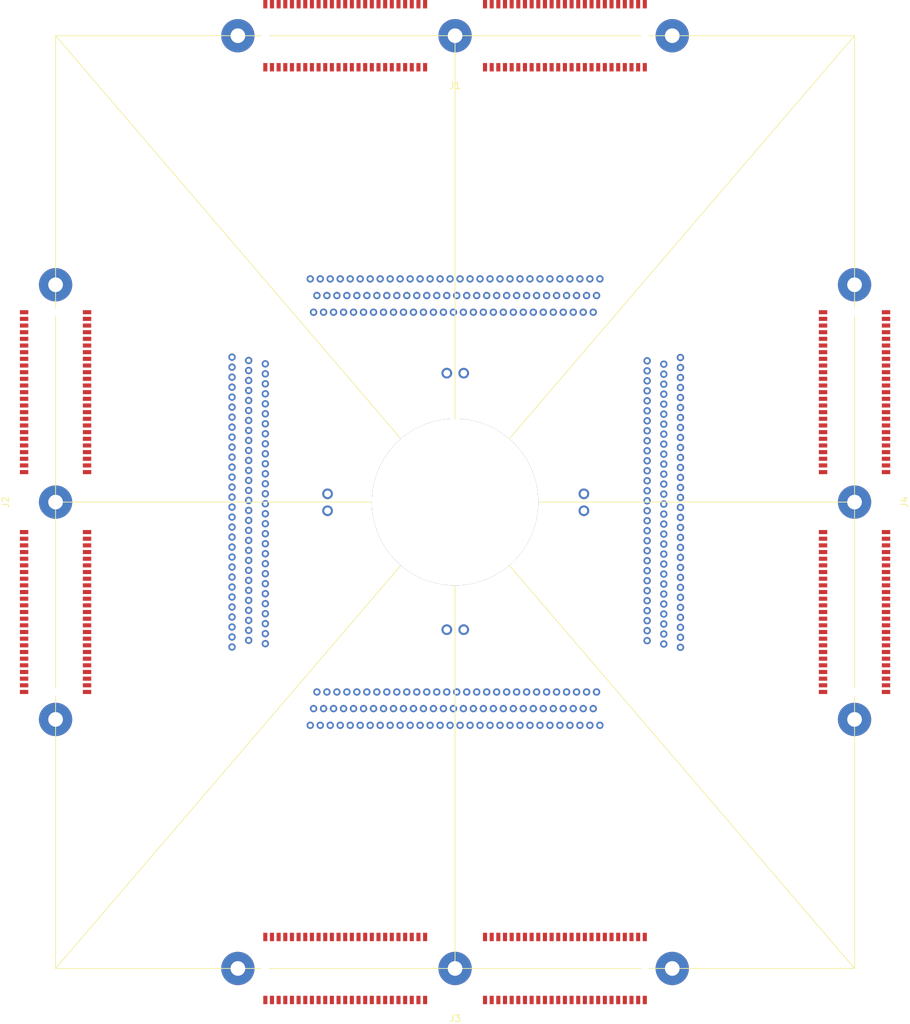
<source format=kicad_pcb>
(kicad_pcb (version 20171130) (host pcbnew "(5.1.8)-1")

  (general
    (thickness 1.6)
    (drawings 10)
    (tracks 0)
    (zones 0)
    (modules 5)
    (nets 1)
  )

  (page A4)
  (layers
    (0 F.Cu signal)
    (31 B.Cu signal)
    (32 B.Adhes user)
    (33 F.Adhes user)
    (34 B.Paste user)
    (35 F.Paste user)
    (36 B.SilkS user)
    (37 F.SilkS user)
    (38 B.Mask user)
    (39 F.Mask user)
    (40 Dwgs.User user)
    (41 Cmts.User user)
    (42 Eco1.User user)
    (43 Eco2.User user)
    (44 Edge.Cuts user)
    (45 Margin user)
    (46 B.CrtYd user)
    (47 F.CrtYd user)
    (48 B.Fab user)
    (49 F.Fab user)
  )

  (setup
    (last_trace_width 0.25)
    (trace_clearance 0.2)
    (zone_clearance 0.508)
    (zone_45_only no)
    (trace_min 0.2)
    (via_size 0.8)
    (via_drill 0.4)
    (via_min_size 0.4)
    (via_min_drill 0.3)
    (uvia_size 0.3)
    (uvia_drill 0.1)
    (uvias_allowed no)
    (uvia_min_size 0.2)
    (uvia_min_drill 0.1)
    (edge_width 0.05)
    (segment_width 0.2)
    (pcb_text_width 0.3)
    (pcb_text_size 1.5 1.5)
    (mod_edge_width 0.12)
    (mod_text_size 1 1)
    (mod_text_width 0.15)
    (pad_size 1.524 1.524)
    (pad_drill 0.762)
    (pad_to_mask_clearance 0)
    (aux_axis_origin 0 0)
    (visible_elements 7FFFFFFF)
    (pcbplotparams
      (layerselection 0x010fc_ffffffff)
      (usegerberextensions false)
      (usegerberattributes true)
      (usegerberadvancedattributes true)
      (creategerberjobfile true)
      (excludeedgelayer true)
      (linewidth 0.100000)
      (plotframeref false)
      (viasonmask false)
      (mode 1)
      (useauxorigin false)
      (hpglpennumber 1)
      (hpglpenspeed 20)
      (hpglpendiameter 15.000000)
      (psnegative false)
      (psa4output false)
      (plotreference true)
      (plotvalue true)
      (plotinvisibletext false)
      (padsonsilk false)
      (subtractmaskfromsilk false)
      (outputformat 1)
      (mirror false)
      (drillshape 1)
      (scaleselection 1)
      (outputdirectory ""))
  )

  (net 0 "")

  (net_class Default "This is the default net class."
    (clearance 0.2)
    (trace_width 0.25)
    (via_dia 0.8)
    (via_drill 0.4)
    (uvia_dia 0.3)
    (uvia_drill 0.1)
  )

  (module spels:FSI-150-10-L-D-M-AD (layer F.Cu) (tedit 60525357) (tstamp 6239077B)
    (at 112 65 90)
    (path /6245204F)
    (attr smd)
    (fp_text reference J1 (at -7.5 0) (layer F.SilkS)
      (effects (font (size 1 1) (thickness 0.15)))
    )
    (fp_text value FSI-150 (at -6 0) (layer F.Fab)
      (effects (font (size 1 1) (thickness 0.15)))
    )
    (pad 84 smd rect (at 4.72999 -20.49958 180) (size 0.61011 1.26009) (layers F.Cu F.Paste F.Mask))
    (pad 97 smd rect (at -4.72999 -27.49956 180) (size 0.61011 1.26009) (layers F.Cu F.Paste F.Mask))
    (pad 99 smd rect (at -4.72999 -28.49956 180) (size 0.61011 1.26009) (layers F.Cu F.Paste F.Mask))
    (pad 98 smd rect (at 4.72999 -27.49956 180) (size 0.61011 1.26009) (layers F.Cu F.Paste F.Mask))
    (pad 83 smd rect (at -4.72999 -20.49958 180) (size 0.61011 1.26009) (layers F.Cu F.Paste F.Mask))
    (pad 91 smd rect (at -4.72999 -24.49957 180) (size 0.61011 1.26009) (layers F.Cu F.Paste F.Mask))
    (pad 94 smd rect (at 4.72999 -25.49957 180) (size 0.61011 1.26009) (layers F.Cu F.Paste F.Mask))
    (pad 86 smd rect (at 4.72999 -21.49958 180) (size 0.61011 1.26009) (layers F.Cu F.Paste F.Mask))
    (pad 90 smd rect (at 4.72999 -23.49957 180) (size 0.61011 1.26009) (layers F.Cu F.Paste F.Mask))
    (pad 92 smd rect (at 4.72999 -24.49957 180) (size 0.61011 1.26009) (layers F.Cu F.Paste F.Mask))
    (pad 100 smd rect (at 4.72999 -28.49956 180) (size 0.61011 1.26009) (layers F.Cu F.Paste F.Mask))
    (pad 89 smd rect (at -4.72999 -23.49957 180) (size 0.61011 1.26009) (layers F.Cu F.Paste F.Mask))
    (pad 85 smd rect (at -4.72999 -21.49958 180) (size 0.61011 1.26009) (layers F.Cu F.Paste F.Mask))
    (pad 93 smd rect (at -4.72999 -25.49957 180) (size 0.61011 1.26009) (layers F.Cu F.Paste F.Mask))
    (pad 95 smd rect (at -4.72999 -26.49957 180) (size 0.61011 1.26009) (layers F.Cu F.Paste F.Mask))
    (pad 82 smd rect (at 4.72999 -19.49958 180) (size 0.61011 1.26009) (layers F.Cu F.Paste F.Mask))
    (pad 87 smd rect (at -4.72999 -22.49957 180) (size 0.61011 1.26009) (layers F.Cu F.Paste F.Mask))
    (pad 88 smd rect (at 4.72999 -22.49957 180) (size 0.61011 1.26009) (layers F.Cu F.Paste F.Mask))
    (pad 96 smd rect (at 4.72999 -26.49957 180) (size 0.61011 1.26009) (layers F.Cu F.Paste F.Mask))
    (pad 55 smd rect (at -4.72999 -6.49961 180) (size 0.61011 1.26009) (layers F.Cu F.Paste F.Mask))
    (pad 53 smd rect (at -4.72999 -5.49961 180) (size 0.61011 1.26009) (layers F.Cu F.Paste F.Mask))
    (pad 51 smd rect (at -4.72999 -4.49961 180) (size 0.61011 1.26009) (layers F.Cu F.Paste F.Mask))
    (pad 49 smd rect (at -4.72999 4.49961 180) (size 0.61011 1.26009) (layers F.Cu F.Paste F.Mask))
    (pad 43 smd rect (at -4.72999 7.4996 180) (size 0.61011 1.26009) (layers F.Cu F.Paste F.Mask))
    (pad 56 smd rect (at 4.72999 -6.49961 180) (size 0.61011 1.26009) (layers F.Cu F.Paste F.Mask))
    (pad 79 smd rect (at -4.72999 -18.49958 180) (size 0.61011 1.26009) (layers F.Cu F.Paste F.Mask))
    (pad 40 smd rect (at 4.72999 9.4996 180) (size 0.61011 1.26009) (layers F.Cu F.Paste F.Mask))
    (pad 18 smd rect (at 4.72999 20.49958 180) (size 0.61011 1.26009) (layers F.Cu F.Paste F.Mask))
    (pad 52 smd rect (at 4.72999 -4.49961 180) (size 0.61011 1.26009) (layers F.Cu F.Paste F.Mask))
    (pad 81 smd rect (at -4.72999 -19.49958 180) (size 0.61011 1.26009) (layers F.Cu F.Paste F.Mask))
    (pad 69 smd rect (at -4.72999 -13.49959 180) (size 0.61011 1.26009) (layers F.Cu F.Paste F.Mask))
    (pad 80 smd rect (at 4.72999 -18.49958 180) (size 0.61011 1.26009) (layers F.Cu F.Paste F.Mask))
    (pad 64 smd rect (at 4.72999 -10.4996 180) (size 0.61011 1.26009) (layers F.Cu F.Paste F.Mask))
    (pad 29 smd rect (at -4.72999 14.49959 180) (size 0.61011 1.26009) (layers F.Cu F.Paste F.Mask))
    (pad 22 smd rect (at 4.72999 18.49958 180) (size 0.61011 1.26009) (layers F.Cu F.Paste F.Mask))
    (pad 57 smd rect (at -4.72999 -7.4996 180) (size 0.61011 1.26009) (layers F.Cu F.Paste F.Mask))
    (pad 24 smd rect (at 4.72999 17.49958 180) (size 0.61011 1.26009) (layers F.Cu F.Paste F.Mask))
    (pad 37 smd rect (at -4.72999 10.4996 180) (size 0.61011 1.26009) (layers F.Cu F.Paste F.Mask))
    (pad 78 smd rect (at 4.72999 -17.49958 180) (size 0.61011 1.26009) (layers F.Cu F.Paste F.Mask))
    (pad 77 smd rect (at -4.72999 -17.49958 180) (size 0.61011 1.26009) (layers F.Cu F.Paste F.Mask))
    (pad 19 smd rect (at -4.72999 19.49958 180) (size 0.61011 1.26009) (layers F.Cu F.Paste F.Mask))
    (pad 50 smd rect (at 4.72999 4.49961 180) (size 0.61011 1.26009) (layers F.Cu F.Paste F.Mask))
    (pad 76 smd rect (at 4.72999 -16.49959 180) (size 0.61011 1.26009) (layers F.Cu F.Paste F.Mask))
    (pad 75 smd rect (at -4.72999 -16.49959 180) (size 0.61011 1.26009) (layers F.Cu F.Paste F.Mask))
    (pad 74 smd rect (at 4.72999 -15.49959 180) (size 0.61011 1.26009) (layers F.Cu F.Paste F.Mask))
    (pad 20 smd rect (at 4.72999 19.49958 180) (size 0.61011 1.26009) (layers F.Cu F.Paste F.Mask))
    (pad 38 smd rect (at 4.72999 10.4996 180) (size 0.61011 1.26009) (layers F.Cu F.Paste F.Mask))
    (pad 73 smd rect (at -4.72999 -15.49959 180) (size 0.61011 1.26009) (layers F.Cu F.Paste F.Mask))
    (pad 72 smd rect (at 4.72999 -14.49959 180) (size 0.61011 1.26009) (layers F.Cu F.Paste F.Mask))
    (pad 31 smd rect (at -4.72999 13.49959 180) (size 0.61011 1.26009) (layers F.Cu F.Paste F.Mask))
    (pad 71 smd rect (at -4.72999 -14.49959 180) (size 0.61011 1.26009) (layers F.Cu F.Paste F.Mask))
    (pad 70 smd rect (at 4.72999 -13.49959 180) (size 0.61011 1.26009) (layers F.Cu F.Paste F.Mask))
    (pad 61 smd rect (at -4.72999 -9.4996 180) (size 0.61011 1.26009) (layers F.Cu F.Paste F.Mask))
    (pad 44 smd rect (at 4.72999 7.4996 180) (size 0.61011 1.26009) (layers F.Cu F.Paste F.Mask))
    (pad 58 smd rect (at 4.72999 -7.4996 180) (size 0.61011 1.26009) (layers F.Cu F.Paste F.Mask))
    (pad 46 smd rect (at 4.72999 6.49961 180) (size 0.61011 1.26009) (layers F.Cu F.Paste F.Mask))
    (pad 30 smd rect (at 4.72999 14.49959 180) (size 0.61011 1.26009) (layers F.Cu F.Paste F.Mask))
    (pad 23 smd rect (at -4.72999 17.49958 180) (size 0.61011 1.26009) (layers F.Cu F.Paste F.Mask))
    (pad 54 smd rect (at 4.72999 -5.49961 180) (size 0.61011 1.26009) (layers F.Cu F.Paste F.Mask))
    (pad 26 smd rect (at 4.72999 16.49959 180) (size 0.61011 1.26009) (layers F.Cu F.Paste F.Mask))
    (pad 41 smd rect (at -4.72999 8.4996 180) (size 0.61011 1.26009) (layers F.Cu F.Paste F.Mask))
    (pad 68 smd rect (at 4.72999 -12.49959 180) (size 0.61011 1.26009) (layers F.Cu F.Paste F.Mask))
    (pad 33 smd rect (at -4.72999 12.49959 180) (size 0.61011 1.26009) (layers F.Cu F.Paste F.Mask))
    (pad 34 smd rect (at 4.72999 12.49959 180) (size 0.61011 1.26009) (layers F.Cu F.Paste F.Mask))
    (pad 28 smd rect (at 4.72999 15.49959 180) (size 0.61011 1.26009) (layers F.Cu F.Paste F.Mask))
    (pad 67 smd rect (at -4.72999 -12.49959 180) (size 0.61011 1.26009) (layers F.Cu F.Paste F.Mask))
    (pad 36 smd rect (at 4.72999 11.4996 180) (size 0.61011 1.26009) (layers F.Cu F.Paste F.Mask))
    (pad 42 smd rect (at 4.72999 8.4996 180) (size 0.61011 1.26009) (layers F.Cu F.Paste F.Mask))
    (pad 32 smd rect (at 4.72999 13.49959 180) (size 0.61011 1.26009) (layers F.Cu F.Paste F.Mask))
    (pad 66 smd rect (at 4.72999 -11.4996 180) (size 0.61011 1.26009) (layers F.Cu F.Paste F.Mask))
    (pad 62 smd rect (at 4.72999 -9.4996 180) (size 0.61011 1.26009) (layers F.Cu F.Paste F.Mask))
    (pad 48 smd rect (at 4.72999 5.49961 180) (size 0.61011 1.26009) (layers F.Cu F.Paste F.Mask))
    (pad 27 smd rect (at -4.72999 15.49959 180) (size 0.61011 1.26009) (layers F.Cu F.Paste F.Mask))
    (pad 45 smd rect (at -4.72999 6.49961 180) (size 0.61011 1.26009) (layers F.Cu F.Paste F.Mask))
    (pad 25 smd rect (at -4.72999 16.49959 180) (size 0.61011 1.26009) (layers F.Cu F.Paste F.Mask))
    (pad 21 smd rect (at -4.72999 18.49958 180) (size 0.61011 1.26009) (layers F.Cu F.Paste F.Mask))
    (pad 47 smd rect (at -4.72999 5.49961 180) (size 0.61011 1.26009) (layers F.Cu F.Paste F.Mask))
    (pad 35 smd rect (at -4.72999 11.4996 180) (size 0.61011 1.26009) (layers F.Cu F.Paste F.Mask))
    (pad 65 smd rect (at -4.72999 -11.4996 180) (size 0.61011 1.26009) (layers F.Cu F.Paste F.Mask))
    (pad 63 smd rect (at -4.72999 -10.4996 180) (size 0.61011 1.26009) (layers F.Cu F.Paste F.Mask))
    (pad 60 smd rect (at 4.72999 -8.4996 180) (size 0.61011 1.26009) (layers F.Cu F.Paste F.Mask))
    (pad 59 smd rect (at -4.72999 -8.4996 180) (size 0.61011 1.26009) (layers F.Cu F.Paste F.Mask))
    (pad 39 smd rect (at -4.72999 9.4996 180) (size 0.61011 1.26009) (layers F.Cu F.Paste F.Mask))
    (pad 14 smd rect (at 4.72999 22.49957 180) (size 0.61011 1.26009) (layers F.Cu F.Paste F.Mask))
    (pad 17 smd rect (at -4.72999 20.49958 180) (size 0.61011 1.26009) (layers F.Cu F.Paste F.Mask))
    (pad 11 smd rect (at -4.72999 23.49957 180) (size 0.61011 1.26009) (layers F.Cu F.Paste F.Mask))
    (pad 8 smd rect (at 4.72999 25.49957 180) (size 0.61011 1.26009) (layers F.Cu F.Paste F.Mask))
    (pad 4 smd rect (at 4.72999 27.49956 180) (size 0.61011 1.26009) (layers F.Cu F.Paste F.Mask))
    (pad 2 smd rect (at 4.72999 28.49956 180) (size 0.61011 1.26009) (layers F.Cu F.Paste F.Mask))
    (pad 1 smd rect (at -4.72999 28.49956 180) (size 0.61011 1.26009) (layers F.Cu F.Paste F.Mask))
    (pad 16 smd rect (at 4.72999 21.49958 180) (size 0.61011 1.26009) (layers F.Cu F.Paste F.Mask))
    (pad 15 smd rect (at -4.72999 21.49958 180) (size 0.61011 1.26009) (layers F.Cu F.Paste F.Mask))
    (pad 9 smd rect (at -4.72999 24.49957 180) (size 0.61011 1.26009) (layers F.Cu F.Paste F.Mask))
    (pad 13 smd rect (at -4.72999 22.49957 180) (size 0.61011 1.26009) (layers F.Cu F.Paste F.Mask))
    (pad 12 smd rect (at 4.72999 23.49957 180) (size 0.61011 1.26009) (layers F.Cu F.Paste F.Mask))
    (pad 10 smd rect (at 4.72999 24.49957 180) (size 0.61011 1.26009) (layers F.Cu F.Paste F.Mask))
    (pad 7 smd rect (at -4.72999 25.49957 180) (size 0.61011 1.26009) (layers F.Cu F.Paste F.Mask))
    (pad 6 smd rect (at 4.72999 26.49957 180) (size 0.61011 1.26009) (layers F.Cu F.Paste F.Mask))
    (pad 5 smd rect (at -4.72999 26.49957 180) (size 0.61011 1.26009) (layers F.Cu F.Paste F.Mask))
    (pad 3 smd rect (at -4.72999 27.49956 180) (size 0.61011 1.26009) (layers F.Cu F.Paste F.Mask))
    (pad "" np_thru_hole circle (at 0 28.49956 180) (size 1.1 1.1) (drill 1.1) (layers *.Cu *.Mask))
    (pad "" np_thru_hole circle (at 0 -28.49956 180) (size 1.1 1.1) (drill 1.1) (layers *.Cu *.Mask))
    (pad MH3 thru_hole circle (at 0 -32.61995 180) (size 5 5) (drill 2.2) (layers *.Cu *.Paste *.Mask)
      (zone_connect 2))
    (pad MH2 thru_hole circle (at 0 0 180) (size 5 5) (drill 2.2) (layers *.Cu *.Paste *.Mask)
      (zone_connect 2))
    (pad MH1 thru_hole circle (at 0 32.61995 180) (size 5 5) (drill 2.2) (layers *.Cu *.Paste *.Mask)
      (zone_connect 2))
    (model ${KICAD_LIB}/spels.3dmodels/FSI-150-10-L-D-M-AD.stp
      (at (xyz 0 0 0))
      (scale (xyz 1 1 1))
      (rotate (xyz 0 0 0))
    )
  )

  (module spels:FSI-150-10-L-D-M-AD (layer F.Cu) (tedit 60525357) (tstamp 6239055C)
    (at 172 135 180)
    (path /6242E65A)
    (attr smd)
    (fp_text reference J4 (at -7.5 0 90) (layer F.SilkS)
      (effects (font (size 1 1) (thickness 0.15)))
    )
    (fp_text value FSI-150 (at -6 0 90) (layer F.Fab)
      (effects (font (size 1 1) (thickness 0.15)))
    )
    (pad 84 smd rect (at 4.72999 -20.49958 270) (size 0.61011 1.26009) (layers F.Cu F.Paste F.Mask))
    (pad 97 smd rect (at -4.72999 -27.49956 270) (size 0.61011 1.26009) (layers F.Cu F.Paste F.Mask))
    (pad 99 smd rect (at -4.72999 -28.49956 270) (size 0.61011 1.26009) (layers F.Cu F.Paste F.Mask))
    (pad 98 smd rect (at 4.72999 -27.49956 270) (size 0.61011 1.26009) (layers F.Cu F.Paste F.Mask))
    (pad 83 smd rect (at -4.72999 -20.49958 270) (size 0.61011 1.26009) (layers F.Cu F.Paste F.Mask))
    (pad 91 smd rect (at -4.72999 -24.49957 270) (size 0.61011 1.26009) (layers F.Cu F.Paste F.Mask))
    (pad 94 smd rect (at 4.72999 -25.49957 270) (size 0.61011 1.26009) (layers F.Cu F.Paste F.Mask))
    (pad 86 smd rect (at 4.72999 -21.49958 270) (size 0.61011 1.26009) (layers F.Cu F.Paste F.Mask))
    (pad 90 smd rect (at 4.72999 -23.49957 270) (size 0.61011 1.26009) (layers F.Cu F.Paste F.Mask))
    (pad 92 smd rect (at 4.72999 -24.49957 270) (size 0.61011 1.26009) (layers F.Cu F.Paste F.Mask))
    (pad 100 smd rect (at 4.72999 -28.49956 270) (size 0.61011 1.26009) (layers F.Cu F.Paste F.Mask))
    (pad 89 smd rect (at -4.72999 -23.49957 270) (size 0.61011 1.26009) (layers F.Cu F.Paste F.Mask))
    (pad 85 smd rect (at -4.72999 -21.49958 270) (size 0.61011 1.26009) (layers F.Cu F.Paste F.Mask))
    (pad 93 smd rect (at -4.72999 -25.49957 270) (size 0.61011 1.26009) (layers F.Cu F.Paste F.Mask))
    (pad 95 smd rect (at -4.72999 -26.49957 270) (size 0.61011 1.26009) (layers F.Cu F.Paste F.Mask))
    (pad 82 smd rect (at 4.72999 -19.49958 270) (size 0.61011 1.26009) (layers F.Cu F.Paste F.Mask))
    (pad 87 smd rect (at -4.72999 -22.49957 270) (size 0.61011 1.26009) (layers F.Cu F.Paste F.Mask))
    (pad 88 smd rect (at 4.72999 -22.49957 270) (size 0.61011 1.26009) (layers F.Cu F.Paste F.Mask))
    (pad 96 smd rect (at 4.72999 -26.49957 270) (size 0.61011 1.26009) (layers F.Cu F.Paste F.Mask))
    (pad 55 smd rect (at -4.72999 -6.49961 270) (size 0.61011 1.26009) (layers F.Cu F.Paste F.Mask))
    (pad 53 smd rect (at -4.72999 -5.49961 270) (size 0.61011 1.26009) (layers F.Cu F.Paste F.Mask))
    (pad 51 smd rect (at -4.72999 -4.49961 270) (size 0.61011 1.26009) (layers F.Cu F.Paste F.Mask))
    (pad 49 smd rect (at -4.72999 4.49961 270) (size 0.61011 1.26009) (layers F.Cu F.Paste F.Mask))
    (pad 43 smd rect (at -4.72999 7.4996 270) (size 0.61011 1.26009) (layers F.Cu F.Paste F.Mask))
    (pad 56 smd rect (at 4.72999 -6.49961 270) (size 0.61011 1.26009) (layers F.Cu F.Paste F.Mask))
    (pad 79 smd rect (at -4.72999 -18.49958 270) (size 0.61011 1.26009) (layers F.Cu F.Paste F.Mask))
    (pad 40 smd rect (at 4.72999 9.4996 270) (size 0.61011 1.26009) (layers F.Cu F.Paste F.Mask))
    (pad 18 smd rect (at 4.72999 20.49958 270) (size 0.61011 1.26009) (layers F.Cu F.Paste F.Mask))
    (pad 52 smd rect (at 4.72999 -4.49961 270) (size 0.61011 1.26009) (layers F.Cu F.Paste F.Mask))
    (pad 81 smd rect (at -4.72999 -19.49958 270) (size 0.61011 1.26009) (layers F.Cu F.Paste F.Mask))
    (pad 69 smd rect (at -4.72999 -13.49959 270) (size 0.61011 1.26009) (layers F.Cu F.Paste F.Mask))
    (pad 80 smd rect (at 4.72999 -18.49958 270) (size 0.61011 1.26009) (layers F.Cu F.Paste F.Mask))
    (pad 64 smd rect (at 4.72999 -10.4996 270) (size 0.61011 1.26009) (layers F.Cu F.Paste F.Mask))
    (pad 29 smd rect (at -4.72999 14.49959 270) (size 0.61011 1.26009) (layers F.Cu F.Paste F.Mask))
    (pad 22 smd rect (at 4.72999 18.49958 270) (size 0.61011 1.26009) (layers F.Cu F.Paste F.Mask))
    (pad 57 smd rect (at -4.72999 -7.4996 270) (size 0.61011 1.26009) (layers F.Cu F.Paste F.Mask))
    (pad 24 smd rect (at 4.72999 17.49958 270) (size 0.61011 1.26009) (layers F.Cu F.Paste F.Mask))
    (pad 37 smd rect (at -4.72999 10.4996 270) (size 0.61011 1.26009) (layers F.Cu F.Paste F.Mask))
    (pad 78 smd rect (at 4.72999 -17.49958 270) (size 0.61011 1.26009) (layers F.Cu F.Paste F.Mask))
    (pad 77 smd rect (at -4.72999 -17.49958 270) (size 0.61011 1.26009) (layers F.Cu F.Paste F.Mask))
    (pad 19 smd rect (at -4.72999 19.49958 270) (size 0.61011 1.26009) (layers F.Cu F.Paste F.Mask))
    (pad 50 smd rect (at 4.72999 4.49961 270) (size 0.61011 1.26009) (layers F.Cu F.Paste F.Mask))
    (pad 76 smd rect (at 4.72999 -16.49959 270) (size 0.61011 1.26009) (layers F.Cu F.Paste F.Mask))
    (pad 75 smd rect (at -4.72999 -16.49959 270) (size 0.61011 1.26009) (layers F.Cu F.Paste F.Mask))
    (pad 74 smd rect (at 4.72999 -15.49959 270) (size 0.61011 1.26009) (layers F.Cu F.Paste F.Mask))
    (pad 20 smd rect (at 4.72999 19.49958 270) (size 0.61011 1.26009) (layers F.Cu F.Paste F.Mask))
    (pad 38 smd rect (at 4.72999 10.4996 270) (size 0.61011 1.26009) (layers F.Cu F.Paste F.Mask))
    (pad 73 smd rect (at -4.72999 -15.49959 270) (size 0.61011 1.26009) (layers F.Cu F.Paste F.Mask))
    (pad 72 smd rect (at 4.72999 -14.49959 270) (size 0.61011 1.26009) (layers F.Cu F.Paste F.Mask))
    (pad 31 smd rect (at -4.72999 13.49959 270) (size 0.61011 1.26009) (layers F.Cu F.Paste F.Mask))
    (pad 71 smd rect (at -4.72999 -14.49959 270) (size 0.61011 1.26009) (layers F.Cu F.Paste F.Mask))
    (pad 70 smd rect (at 4.72999 -13.49959 270) (size 0.61011 1.26009) (layers F.Cu F.Paste F.Mask))
    (pad 61 smd rect (at -4.72999 -9.4996 270) (size 0.61011 1.26009) (layers F.Cu F.Paste F.Mask))
    (pad 44 smd rect (at 4.72999 7.4996 270) (size 0.61011 1.26009) (layers F.Cu F.Paste F.Mask))
    (pad 58 smd rect (at 4.72999 -7.4996 270) (size 0.61011 1.26009) (layers F.Cu F.Paste F.Mask))
    (pad 46 smd rect (at 4.72999 6.49961 270) (size 0.61011 1.26009) (layers F.Cu F.Paste F.Mask))
    (pad 30 smd rect (at 4.72999 14.49959 270) (size 0.61011 1.26009) (layers F.Cu F.Paste F.Mask))
    (pad 23 smd rect (at -4.72999 17.49958 270) (size 0.61011 1.26009) (layers F.Cu F.Paste F.Mask))
    (pad 54 smd rect (at 4.72999 -5.49961 270) (size 0.61011 1.26009) (layers F.Cu F.Paste F.Mask))
    (pad 26 smd rect (at 4.72999 16.49959 270) (size 0.61011 1.26009) (layers F.Cu F.Paste F.Mask))
    (pad 41 smd rect (at -4.72999 8.4996 270) (size 0.61011 1.26009) (layers F.Cu F.Paste F.Mask))
    (pad 68 smd rect (at 4.72999 -12.49959 270) (size 0.61011 1.26009) (layers F.Cu F.Paste F.Mask))
    (pad 33 smd rect (at -4.72999 12.49959 270) (size 0.61011 1.26009) (layers F.Cu F.Paste F.Mask))
    (pad 34 smd rect (at 4.72999 12.49959 270) (size 0.61011 1.26009) (layers F.Cu F.Paste F.Mask))
    (pad 28 smd rect (at 4.72999 15.49959 270) (size 0.61011 1.26009) (layers F.Cu F.Paste F.Mask))
    (pad 67 smd rect (at -4.72999 -12.49959 270) (size 0.61011 1.26009) (layers F.Cu F.Paste F.Mask))
    (pad 36 smd rect (at 4.72999 11.4996 270) (size 0.61011 1.26009) (layers F.Cu F.Paste F.Mask))
    (pad 42 smd rect (at 4.72999 8.4996 270) (size 0.61011 1.26009) (layers F.Cu F.Paste F.Mask))
    (pad 32 smd rect (at 4.72999 13.49959 270) (size 0.61011 1.26009) (layers F.Cu F.Paste F.Mask))
    (pad 66 smd rect (at 4.72999 -11.4996 270) (size 0.61011 1.26009) (layers F.Cu F.Paste F.Mask))
    (pad 62 smd rect (at 4.72999 -9.4996 270) (size 0.61011 1.26009) (layers F.Cu F.Paste F.Mask))
    (pad 48 smd rect (at 4.72999 5.49961 270) (size 0.61011 1.26009) (layers F.Cu F.Paste F.Mask))
    (pad 27 smd rect (at -4.72999 15.49959 270) (size 0.61011 1.26009) (layers F.Cu F.Paste F.Mask))
    (pad 45 smd rect (at -4.72999 6.49961 270) (size 0.61011 1.26009) (layers F.Cu F.Paste F.Mask))
    (pad 25 smd rect (at -4.72999 16.49959 270) (size 0.61011 1.26009) (layers F.Cu F.Paste F.Mask))
    (pad 21 smd rect (at -4.72999 18.49958 270) (size 0.61011 1.26009) (layers F.Cu F.Paste F.Mask))
    (pad 47 smd rect (at -4.72999 5.49961 270) (size 0.61011 1.26009) (layers F.Cu F.Paste F.Mask))
    (pad 35 smd rect (at -4.72999 11.4996 270) (size 0.61011 1.26009) (layers F.Cu F.Paste F.Mask))
    (pad 65 smd rect (at -4.72999 -11.4996 270) (size 0.61011 1.26009) (layers F.Cu F.Paste F.Mask))
    (pad 63 smd rect (at -4.72999 -10.4996 270) (size 0.61011 1.26009) (layers F.Cu F.Paste F.Mask))
    (pad 60 smd rect (at 4.72999 -8.4996 270) (size 0.61011 1.26009) (layers F.Cu F.Paste F.Mask))
    (pad 59 smd rect (at -4.72999 -8.4996 270) (size 0.61011 1.26009) (layers F.Cu F.Paste F.Mask))
    (pad 39 smd rect (at -4.72999 9.4996 270) (size 0.61011 1.26009) (layers F.Cu F.Paste F.Mask))
    (pad 14 smd rect (at 4.72999 22.49957 270) (size 0.61011 1.26009) (layers F.Cu F.Paste F.Mask))
    (pad 17 smd rect (at -4.72999 20.49958 270) (size 0.61011 1.26009) (layers F.Cu F.Paste F.Mask))
    (pad 11 smd rect (at -4.72999 23.49957 270) (size 0.61011 1.26009) (layers F.Cu F.Paste F.Mask))
    (pad 8 smd rect (at 4.72999 25.49957 270) (size 0.61011 1.26009) (layers F.Cu F.Paste F.Mask))
    (pad 4 smd rect (at 4.72999 27.49956 270) (size 0.61011 1.26009) (layers F.Cu F.Paste F.Mask))
    (pad 2 smd rect (at 4.72999 28.49956 270) (size 0.61011 1.26009) (layers F.Cu F.Paste F.Mask))
    (pad 1 smd rect (at -4.72999 28.49956 270) (size 0.61011 1.26009) (layers F.Cu F.Paste F.Mask))
    (pad 16 smd rect (at 4.72999 21.49958 270) (size 0.61011 1.26009) (layers F.Cu F.Paste F.Mask))
    (pad 15 smd rect (at -4.72999 21.49958 270) (size 0.61011 1.26009) (layers F.Cu F.Paste F.Mask))
    (pad 9 smd rect (at -4.72999 24.49957 270) (size 0.61011 1.26009) (layers F.Cu F.Paste F.Mask))
    (pad 13 smd rect (at -4.72999 22.49957 270) (size 0.61011 1.26009) (layers F.Cu F.Paste F.Mask))
    (pad 12 smd rect (at 4.72999 23.49957 270) (size 0.61011 1.26009) (layers F.Cu F.Paste F.Mask))
    (pad 10 smd rect (at 4.72999 24.49957 270) (size 0.61011 1.26009) (layers F.Cu F.Paste F.Mask))
    (pad 7 smd rect (at -4.72999 25.49957 270) (size 0.61011 1.26009) (layers F.Cu F.Paste F.Mask))
    (pad 6 smd rect (at 4.72999 26.49957 270) (size 0.61011 1.26009) (layers F.Cu F.Paste F.Mask))
    (pad 5 smd rect (at -4.72999 26.49957 270) (size 0.61011 1.26009) (layers F.Cu F.Paste F.Mask))
    (pad 3 smd rect (at -4.72999 27.49956 270) (size 0.61011 1.26009) (layers F.Cu F.Paste F.Mask))
    (pad "" np_thru_hole circle (at 0 28.49956 270) (size 1.1 1.1) (drill 1.1) (layers *.Cu *.Mask))
    (pad "" np_thru_hole circle (at 0 -28.49956 270) (size 1.1 1.1) (drill 1.1) (layers *.Cu *.Mask))
    (pad MH3 thru_hole circle (at 0 -32.61995 270) (size 5 5) (drill 2.2) (layers *.Cu *.Paste *.Mask)
      (zone_connect 2))
    (pad MH2 thru_hole circle (at 0 0 270) (size 5 5) (drill 2.2) (layers *.Cu *.Paste *.Mask)
      (zone_connect 2))
    (pad MH1 thru_hole circle (at 0 32.61995 270) (size 5 5) (drill 2.2) (layers *.Cu *.Paste *.Mask)
      (zone_connect 2))
    (model ${KICAD_LIB}/spels.3dmodels/FSI-150-10-L-D-M-AD.stp
      (at (xyz 0 0 0))
      (scale (xyz 1 1 1))
      (rotate (xyz 0 0 0))
    )
  )

  (module spels:FSI-150-10-L-D-M-AD (layer F.Cu) (tedit 60525357) (tstamp 623903A9)
    (at 112 205 90)
    (path /62411812)
    (attr smd)
    (fp_text reference J3 (at -7.5 0) (layer F.SilkS)
      (effects (font (size 1 1) (thickness 0.15)))
    )
    (fp_text value FSI-150 (at -6 0) (layer F.Fab)
      (effects (font (size 1 1) (thickness 0.15)))
    )
    (pad 84 smd rect (at 4.72999 -20.49958 180) (size 0.61011 1.26009) (layers F.Cu F.Paste F.Mask))
    (pad 97 smd rect (at -4.72999 -27.49956 180) (size 0.61011 1.26009) (layers F.Cu F.Paste F.Mask))
    (pad 99 smd rect (at -4.72999 -28.49956 180) (size 0.61011 1.26009) (layers F.Cu F.Paste F.Mask))
    (pad 98 smd rect (at 4.72999 -27.49956 180) (size 0.61011 1.26009) (layers F.Cu F.Paste F.Mask))
    (pad 83 smd rect (at -4.72999 -20.49958 180) (size 0.61011 1.26009) (layers F.Cu F.Paste F.Mask))
    (pad 91 smd rect (at -4.72999 -24.49957 180) (size 0.61011 1.26009) (layers F.Cu F.Paste F.Mask))
    (pad 94 smd rect (at 4.72999 -25.49957 180) (size 0.61011 1.26009) (layers F.Cu F.Paste F.Mask))
    (pad 86 smd rect (at 4.72999 -21.49958 180) (size 0.61011 1.26009) (layers F.Cu F.Paste F.Mask))
    (pad 90 smd rect (at 4.72999 -23.49957 180) (size 0.61011 1.26009) (layers F.Cu F.Paste F.Mask))
    (pad 92 smd rect (at 4.72999 -24.49957 180) (size 0.61011 1.26009) (layers F.Cu F.Paste F.Mask))
    (pad 100 smd rect (at 4.72999 -28.49956 180) (size 0.61011 1.26009) (layers F.Cu F.Paste F.Mask))
    (pad 89 smd rect (at -4.72999 -23.49957 180) (size 0.61011 1.26009) (layers F.Cu F.Paste F.Mask))
    (pad 85 smd rect (at -4.72999 -21.49958 180) (size 0.61011 1.26009) (layers F.Cu F.Paste F.Mask))
    (pad 93 smd rect (at -4.72999 -25.49957 180) (size 0.61011 1.26009) (layers F.Cu F.Paste F.Mask))
    (pad 95 smd rect (at -4.72999 -26.49957 180) (size 0.61011 1.26009) (layers F.Cu F.Paste F.Mask))
    (pad 82 smd rect (at 4.72999 -19.49958 180) (size 0.61011 1.26009) (layers F.Cu F.Paste F.Mask))
    (pad 87 smd rect (at -4.72999 -22.49957 180) (size 0.61011 1.26009) (layers F.Cu F.Paste F.Mask))
    (pad 88 smd rect (at 4.72999 -22.49957 180) (size 0.61011 1.26009) (layers F.Cu F.Paste F.Mask))
    (pad 96 smd rect (at 4.72999 -26.49957 180) (size 0.61011 1.26009) (layers F.Cu F.Paste F.Mask))
    (pad 55 smd rect (at -4.72999 -6.49961 180) (size 0.61011 1.26009) (layers F.Cu F.Paste F.Mask))
    (pad 53 smd rect (at -4.72999 -5.49961 180) (size 0.61011 1.26009) (layers F.Cu F.Paste F.Mask))
    (pad 51 smd rect (at -4.72999 -4.49961 180) (size 0.61011 1.26009) (layers F.Cu F.Paste F.Mask))
    (pad 49 smd rect (at -4.72999 4.49961 180) (size 0.61011 1.26009) (layers F.Cu F.Paste F.Mask))
    (pad 43 smd rect (at -4.72999 7.4996 180) (size 0.61011 1.26009) (layers F.Cu F.Paste F.Mask))
    (pad 56 smd rect (at 4.72999 -6.49961 180) (size 0.61011 1.26009) (layers F.Cu F.Paste F.Mask))
    (pad 79 smd rect (at -4.72999 -18.49958 180) (size 0.61011 1.26009) (layers F.Cu F.Paste F.Mask))
    (pad 40 smd rect (at 4.72999 9.4996 180) (size 0.61011 1.26009) (layers F.Cu F.Paste F.Mask))
    (pad 18 smd rect (at 4.72999 20.49958 180) (size 0.61011 1.26009) (layers F.Cu F.Paste F.Mask))
    (pad 52 smd rect (at 4.72999 -4.49961 180) (size 0.61011 1.26009) (layers F.Cu F.Paste F.Mask))
    (pad 81 smd rect (at -4.72999 -19.49958 180) (size 0.61011 1.26009) (layers F.Cu F.Paste F.Mask))
    (pad 69 smd rect (at -4.72999 -13.49959 180) (size 0.61011 1.26009) (layers F.Cu F.Paste F.Mask))
    (pad 80 smd rect (at 4.72999 -18.49958 180) (size 0.61011 1.26009) (layers F.Cu F.Paste F.Mask))
    (pad 64 smd rect (at 4.72999 -10.4996 180) (size 0.61011 1.26009) (layers F.Cu F.Paste F.Mask))
    (pad 29 smd rect (at -4.72999 14.49959 180) (size 0.61011 1.26009) (layers F.Cu F.Paste F.Mask))
    (pad 22 smd rect (at 4.72999 18.49958 180) (size 0.61011 1.26009) (layers F.Cu F.Paste F.Mask))
    (pad 57 smd rect (at -4.72999 -7.4996 180) (size 0.61011 1.26009) (layers F.Cu F.Paste F.Mask))
    (pad 24 smd rect (at 4.72999 17.49958 180) (size 0.61011 1.26009) (layers F.Cu F.Paste F.Mask))
    (pad 37 smd rect (at -4.72999 10.4996 180) (size 0.61011 1.26009) (layers F.Cu F.Paste F.Mask))
    (pad 78 smd rect (at 4.72999 -17.49958 180) (size 0.61011 1.26009) (layers F.Cu F.Paste F.Mask))
    (pad 77 smd rect (at -4.72999 -17.49958 180) (size 0.61011 1.26009) (layers F.Cu F.Paste F.Mask))
    (pad 19 smd rect (at -4.72999 19.49958 180) (size 0.61011 1.26009) (layers F.Cu F.Paste F.Mask))
    (pad 50 smd rect (at 4.72999 4.49961 180) (size 0.61011 1.26009) (layers F.Cu F.Paste F.Mask))
    (pad 76 smd rect (at 4.72999 -16.49959 180) (size 0.61011 1.26009) (layers F.Cu F.Paste F.Mask))
    (pad 75 smd rect (at -4.72999 -16.49959 180) (size 0.61011 1.26009) (layers F.Cu F.Paste F.Mask))
    (pad 74 smd rect (at 4.72999 -15.49959 180) (size 0.61011 1.26009) (layers F.Cu F.Paste F.Mask))
    (pad 20 smd rect (at 4.72999 19.49958 180) (size 0.61011 1.26009) (layers F.Cu F.Paste F.Mask))
    (pad 38 smd rect (at 4.72999 10.4996 180) (size 0.61011 1.26009) (layers F.Cu F.Paste F.Mask))
    (pad 73 smd rect (at -4.72999 -15.49959 180) (size 0.61011 1.26009) (layers F.Cu F.Paste F.Mask))
    (pad 72 smd rect (at 4.72999 -14.49959 180) (size 0.61011 1.26009) (layers F.Cu F.Paste F.Mask))
    (pad 31 smd rect (at -4.72999 13.49959 180) (size 0.61011 1.26009) (layers F.Cu F.Paste F.Mask))
    (pad 71 smd rect (at -4.72999 -14.49959 180) (size 0.61011 1.26009) (layers F.Cu F.Paste F.Mask))
    (pad 70 smd rect (at 4.72999 -13.49959 180) (size 0.61011 1.26009) (layers F.Cu F.Paste F.Mask))
    (pad 61 smd rect (at -4.72999 -9.4996 180) (size 0.61011 1.26009) (layers F.Cu F.Paste F.Mask))
    (pad 44 smd rect (at 4.72999 7.4996 180) (size 0.61011 1.26009) (layers F.Cu F.Paste F.Mask))
    (pad 58 smd rect (at 4.72999 -7.4996 180) (size 0.61011 1.26009) (layers F.Cu F.Paste F.Mask))
    (pad 46 smd rect (at 4.72999 6.49961 180) (size 0.61011 1.26009) (layers F.Cu F.Paste F.Mask))
    (pad 30 smd rect (at 4.72999 14.49959 180) (size 0.61011 1.26009) (layers F.Cu F.Paste F.Mask))
    (pad 23 smd rect (at -4.72999 17.49958 180) (size 0.61011 1.26009) (layers F.Cu F.Paste F.Mask))
    (pad 54 smd rect (at 4.72999 -5.49961 180) (size 0.61011 1.26009) (layers F.Cu F.Paste F.Mask))
    (pad 26 smd rect (at 4.72999 16.49959 180) (size 0.61011 1.26009) (layers F.Cu F.Paste F.Mask))
    (pad 41 smd rect (at -4.72999 8.4996 180) (size 0.61011 1.26009) (layers F.Cu F.Paste F.Mask))
    (pad 68 smd rect (at 4.72999 -12.49959 180) (size 0.61011 1.26009) (layers F.Cu F.Paste F.Mask))
    (pad 33 smd rect (at -4.72999 12.49959 180) (size 0.61011 1.26009) (layers F.Cu F.Paste F.Mask))
    (pad 34 smd rect (at 4.72999 12.49959 180) (size 0.61011 1.26009) (layers F.Cu F.Paste F.Mask))
    (pad 28 smd rect (at 4.72999 15.49959 180) (size 0.61011 1.26009) (layers F.Cu F.Paste F.Mask))
    (pad 67 smd rect (at -4.72999 -12.49959 180) (size 0.61011 1.26009) (layers F.Cu F.Paste F.Mask))
    (pad 36 smd rect (at 4.72999 11.4996 180) (size 0.61011 1.26009) (layers F.Cu F.Paste F.Mask))
    (pad 42 smd rect (at 4.72999 8.4996 180) (size 0.61011 1.26009) (layers F.Cu F.Paste F.Mask))
    (pad 32 smd rect (at 4.72999 13.49959 180) (size 0.61011 1.26009) (layers F.Cu F.Paste F.Mask))
    (pad 66 smd rect (at 4.72999 -11.4996 180) (size 0.61011 1.26009) (layers F.Cu F.Paste F.Mask))
    (pad 62 smd rect (at 4.72999 -9.4996 180) (size 0.61011 1.26009) (layers F.Cu F.Paste F.Mask))
    (pad 48 smd rect (at 4.72999 5.49961 180) (size 0.61011 1.26009) (layers F.Cu F.Paste F.Mask))
    (pad 27 smd rect (at -4.72999 15.49959 180) (size 0.61011 1.26009) (layers F.Cu F.Paste F.Mask))
    (pad 45 smd rect (at -4.72999 6.49961 180) (size 0.61011 1.26009) (layers F.Cu F.Paste F.Mask))
    (pad 25 smd rect (at -4.72999 16.49959 180) (size 0.61011 1.26009) (layers F.Cu F.Paste F.Mask))
    (pad 21 smd rect (at -4.72999 18.49958 180) (size 0.61011 1.26009) (layers F.Cu F.Paste F.Mask))
    (pad 47 smd rect (at -4.72999 5.49961 180) (size 0.61011 1.26009) (layers F.Cu F.Paste F.Mask))
    (pad 35 smd rect (at -4.72999 11.4996 180) (size 0.61011 1.26009) (layers F.Cu F.Paste F.Mask))
    (pad 65 smd rect (at -4.72999 -11.4996 180) (size 0.61011 1.26009) (layers F.Cu F.Paste F.Mask))
    (pad 63 smd rect (at -4.72999 -10.4996 180) (size 0.61011 1.26009) (layers F.Cu F.Paste F.Mask))
    (pad 60 smd rect (at 4.72999 -8.4996 180) (size 0.61011 1.26009) (layers F.Cu F.Paste F.Mask))
    (pad 59 smd rect (at -4.72999 -8.4996 180) (size 0.61011 1.26009) (layers F.Cu F.Paste F.Mask))
    (pad 39 smd rect (at -4.72999 9.4996 180) (size 0.61011 1.26009) (layers F.Cu F.Paste F.Mask))
    (pad 14 smd rect (at 4.72999 22.49957 180) (size 0.61011 1.26009) (layers F.Cu F.Paste F.Mask))
    (pad 17 smd rect (at -4.72999 20.49958 180) (size 0.61011 1.26009) (layers F.Cu F.Paste F.Mask))
    (pad 11 smd rect (at -4.72999 23.49957 180) (size 0.61011 1.26009) (layers F.Cu F.Paste F.Mask))
    (pad 8 smd rect (at 4.72999 25.49957 180) (size 0.61011 1.26009) (layers F.Cu F.Paste F.Mask))
    (pad 4 smd rect (at 4.72999 27.49956 180) (size 0.61011 1.26009) (layers F.Cu F.Paste F.Mask))
    (pad 2 smd rect (at 4.72999 28.49956 180) (size 0.61011 1.26009) (layers F.Cu F.Paste F.Mask))
    (pad 1 smd rect (at -4.72999 28.49956 180) (size 0.61011 1.26009) (layers F.Cu F.Paste F.Mask))
    (pad 16 smd rect (at 4.72999 21.49958 180) (size 0.61011 1.26009) (layers F.Cu F.Paste F.Mask))
    (pad 15 smd rect (at -4.72999 21.49958 180) (size 0.61011 1.26009) (layers F.Cu F.Paste F.Mask))
    (pad 9 smd rect (at -4.72999 24.49957 180) (size 0.61011 1.26009) (layers F.Cu F.Paste F.Mask))
    (pad 13 smd rect (at -4.72999 22.49957 180) (size 0.61011 1.26009) (layers F.Cu F.Paste F.Mask))
    (pad 12 smd rect (at 4.72999 23.49957 180) (size 0.61011 1.26009) (layers F.Cu F.Paste F.Mask))
    (pad 10 smd rect (at 4.72999 24.49957 180) (size 0.61011 1.26009) (layers F.Cu F.Paste F.Mask))
    (pad 7 smd rect (at -4.72999 25.49957 180) (size 0.61011 1.26009) (layers F.Cu F.Paste F.Mask))
    (pad 6 smd rect (at 4.72999 26.49957 180) (size 0.61011 1.26009) (layers F.Cu F.Paste F.Mask))
    (pad 5 smd rect (at -4.72999 26.49957 180) (size 0.61011 1.26009) (layers F.Cu F.Paste F.Mask))
    (pad 3 smd rect (at -4.72999 27.49956 180) (size 0.61011 1.26009) (layers F.Cu F.Paste F.Mask))
    (pad "" np_thru_hole circle (at 0 28.49956 180) (size 1.1 1.1) (drill 1.1) (layers *.Cu *.Mask))
    (pad "" np_thru_hole circle (at 0 -28.49956 180) (size 1.1 1.1) (drill 1.1) (layers *.Cu *.Mask))
    (pad MH3 thru_hole circle (at 0 -32.61995 180) (size 5 5) (drill 2.2) (layers *.Cu *.Paste *.Mask)
      (zone_connect 2))
    (pad MH2 thru_hole circle (at 0 0 180) (size 5 5) (drill 2.2) (layers *.Cu *.Paste *.Mask)
      (zone_connect 2))
    (pad MH1 thru_hole circle (at 0 32.61995 180) (size 5 5) (drill 2.2) (layers *.Cu *.Paste *.Mask)
      (zone_connect 2))
    (model ${KICAD_LIB}/spels.3dmodels/FSI-150-10-L-D-M-AD.stp
      (at (xyz 0 0 0))
      (scale (xyz 1 1 1))
      (rotate (xyz 0 0 0))
    )
  )

  (module spels:FSI-150-10-L-D-M-AD (layer F.Cu) (tedit 60525357) (tstamp 62390262)
    (at 52 135)
    (path /623E030C)
    (attr smd)
    (fp_text reference J2 (at -7.5 0 90) (layer F.SilkS)
      (effects (font (size 1 1) (thickness 0.15)))
    )
    (fp_text value FSI-150 (at -6 0 90) (layer F.Fab)
      (effects (font (size 1 1) (thickness 0.15)))
    )
    (pad 84 smd rect (at 4.72999 -20.49958 90) (size 0.61011 1.26009) (layers F.Cu F.Paste F.Mask))
    (pad 97 smd rect (at -4.72999 -27.49956 90) (size 0.61011 1.26009) (layers F.Cu F.Paste F.Mask))
    (pad 99 smd rect (at -4.72999 -28.49956 90) (size 0.61011 1.26009) (layers F.Cu F.Paste F.Mask))
    (pad 98 smd rect (at 4.72999 -27.49956 90) (size 0.61011 1.26009) (layers F.Cu F.Paste F.Mask))
    (pad 83 smd rect (at -4.72999 -20.49958 90) (size 0.61011 1.26009) (layers F.Cu F.Paste F.Mask))
    (pad 91 smd rect (at -4.72999 -24.49957 90) (size 0.61011 1.26009) (layers F.Cu F.Paste F.Mask))
    (pad 94 smd rect (at 4.72999 -25.49957 90) (size 0.61011 1.26009) (layers F.Cu F.Paste F.Mask))
    (pad 86 smd rect (at 4.72999 -21.49958 90) (size 0.61011 1.26009) (layers F.Cu F.Paste F.Mask))
    (pad 90 smd rect (at 4.72999 -23.49957 90) (size 0.61011 1.26009) (layers F.Cu F.Paste F.Mask))
    (pad 92 smd rect (at 4.72999 -24.49957 90) (size 0.61011 1.26009) (layers F.Cu F.Paste F.Mask))
    (pad 100 smd rect (at 4.72999 -28.49956 90) (size 0.61011 1.26009) (layers F.Cu F.Paste F.Mask))
    (pad 89 smd rect (at -4.72999 -23.49957 90) (size 0.61011 1.26009) (layers F.Cu F.Paste F.Mask))
    (pad 85 smd rect (at -4.72999 -21.49958 90) (size 0.61011 1.26009) (layers F.Cu F.Paste F.Mask))
    (pad 93 smd rect (at -4.72999 -25.49957 90) (size 0.61011 1.26009) (layers F.Cu F.Paste F.Mask))
    (pad 95 smd rect (at -4.72999 -26.49957 90) (size 0.61011 1.26009) (layers F.Cu F.Paste F.Mask))
    (pad 82 smd rect (at 4.72999 -19.49958 90) (size 0.61011 1.26009) (layers F.Cu F.Paste F.Mask))
    (pad 87 smd rect (at -4.72999 -22.49957 90) (size 0.61011 1.26009) (layers F.Cu F.Paste F.Mask))
    (pad 88 smd rect (at 4.72999 -22.49957 90) (size 0.61011 1.26009) (layers F.Cu F.Paste F.Mask))
    (pad 96 smd rect (at 4.72999 -26.49957 90) (size 0.61011 1.26009) (layers F.Cu F.Paste F.Mask))
    (pad 55 smd rect (at -4.72999 -6.49961 90) (size 0.61011 1.26009) (layers F.Cu F.Paste F.Mask))
    (pad 53 smd rect (at -4.72999 -5.49961 90) (size 0.61011 1.26009) (layers F.Cu F.Paste F.Mask))
    (pad 51 smd rect (at -4.72999 -4.49961 90) (size 0.61011 1.26009) (layers F.Cu F.Paste F.Mask))
    (pad 49 smd rect (at -4.72999 4.49961 90) (size 0.61011 1.26009) (layers F.Cu F.Paste F.Mask))
    (pad 43 smd rect (at -4.72999 7.4996 90) (size 0.61011 1.26009) (layers F.Cu F.Paste F.Mask))
    (pad 56 smd rect (at 4.72999 -6.49961 90) (size 0.61011 1.26009) (layers F.Cu F.Paste F.Mask))
    (pad 79 smd rect (at -4.72999 -18.49958 90) (size 0.61011 1.26009) (layers F.Cu F.Paste F.Mask))
    (pad 40 smd rect (at 4.72999 9.4996 90) (size 0.61011 1.26009) (layers F.Cu F.Paste F.Mask))
    (pad 18 smd rect (at 4.72999 20.49958 90) (size 0.61011 1.26009) (layers F.Cu F.Paste F.Mask))
    (pad 52 smd rect (at 4.72999 -4.49961 90) (size 0.61011 1.26009) (layers F.Cu F.Paste F.Mask))
    (pad 81 smd rect (at -4.72999 -19.49958 90) (size 0.61011 1.26009) (layers F.Cu F.Paste F.Mask))
    (pad 69 smd rect (at -4.72999 -13.49959 90) (size 0.61011 1.26009) (layers F.Cu F.Paste F.Mask))
    (pad 80 smd rect (at 4.72999 -18.49958 90) (size 0.61011 1.26009) (layers F.Cu F.Paste F.Mask))
    (pad 64 smd rect (at 4.72999 -10.4996 90) (size 0.61011 1.26009) (layers F.Cu F.Paste F.Mask))
    (pad 29 smd rect (at -4.72999 14.49959 90) (size 0.61011 1.26009) (layers F.Cu F.Paste F.Mask))
    (pad 22 smd rect (at 4.72999 18.49958 90) (size 0.61011 1.26009) (layers F.Cu F.Paste F.Mask))
    (pad 57 smd rect (at -4.72999 -7.4996 90) (size 0.61011 1.26009) (layers F.Cu F.Paste F.Mask))
    (pad 24 smd rect (at 4.72999 17.49958 90) (size 0.61011 1.26009) (layers F.Cu F.Paste F.Mask))
    (pad 37 smd rect (at -4.72999 10.4996 90) (size 0.61011 1.26009) (layers F.Cu F.Paste F.Mask))
    (pad 78 smd rect (at 4.72999 -17.49958 90) (size 0.61011 1.26009) (layers F.Cu F.Paste F.Mask))
    (pad 77 smd rect (at -4.72999 -17.49958 90) (size 0.61011 1.26009) (layers F.Cu F.Paste F.Mask))
    (pad 19 smd rect (at -4.72999 19.49958 90) (size 0.61011 1.26009) (layers F.Cu F.Paste F.Mask))
    (pad 50 smd rect (at 4.72999 4.49961 90) (size 0.61011 1.26009) (layers F.Cu F.Paste F.Mask))
    (pad 76 smd rect (at 4.72999 -16.49959 90) (size 0.61011 1.26009) (layers F.Cu F.Paste F.Mask))
    (pad 75 smd rect (at -4.72999 -16.49959 90) (size 0.61011 1.26009) (layers F.Cu F.Paste F.Mask))
    (pad 74 smd rect (at 4.72999 -15.49959 90) (size 0.61011 1.26009) (layers F.Cu F.Paste F.Mask))
    (pad 20 smd rect (at 4.72999 19.49958 90) (size 0.61011 1.26009) (layers F.Cu F.Paste F.Mask))
    (pad 38 smd rect (at 4.72999 10.4996 90) (size 0.61011 1.26009) (layers F.Cu F.Paste F.Mask))
    (pad 73 smd rect (at -4.72999 -15.49959 90) (size 0.61011 1.26009) (layers F.Cu F.Paste F.Mask))
    (pad 72 smd rect (at 4.72999 -14.49959 90) (size 0.61011 1.26009) (layers F.Cu F.Paste F.Mask))
    (pad 31 smd rect (at -4.72999 13.49959 90) (size 0.61011 1.26009) (layers F.Cu F.Paste F.Mask))
    (pad 71 smd rect (at -4.72999 -14.49959 90) (size 0.61011 1.26009) (layers F.Cu F.Paste F.Mask))
    (pad 70 smd rect (at 4.72999 -13.49959 90) (size 0.61011 1.26009) (layers F.Cu F.Paste F.Mask))
    (pad 61 smd rect (at -4.72999 -9.4996 90) (size 0.61011 1.26009) (layers F.Cu F.Paste F.Mask))
    (pad 44 smd rect (at 4.72999 7.4996 90) (size 0.61011 1.26009) (layers F.Cu F.Paste F.Mask))
    (pad 58 smd rect (at 4.72999 -7.4996 90) (size 0.61011 1.26009) (layers F.Cu F.Paste F.Mask))
    (pad 46 smd rect (at 4.72999 6.49961 90) (size 0.61011 1.26009) (layers F.Cu F.Paste F.Mask))
    (pad 30 smd rect (at 4.72999 14.49959 90) (size 0.61011 1.26009) (layers F.Cu F.Paste F.Mask))
    (pad 23 smd rect (at -4.72999 17.49958 90) (size 0.61011 1.26009) (layers F.Cu F.Paste F.Mask))
    (pad 54 smd rect (at 4.72999 -5.49961 90) (size 0.61011 1.26009) (layers F.Cu F.Paste F.Mask))
    (pad 26 smd rect (at 4.72999 16.49959 90) (size 0.61011 1.26009) (layers F.Cu F.Paste F.Mask))
    (pad 41 smd rect (at -4.72999 8.4996 90) (size 0.61011 1.26009) (layers F.Cu F.Paste F.Mask))
    (pad 68 smd rect (at 4.72999 -12.49959 90) (size 0.61011 1.26009) (layers F.Cu F.Paste F.Mask))
    (pad 33 smd rect (at -4.72999 12.49959 90) (size 0.61011 1.26009) (layers F.Cu F.Paste F.Mask))
    (pad 34 smd rect (at 4.72999 12.49959 90) (size 0.61011 1.26009) (layers F.Cu F.Paste F.Mask))
    (pad 28 smd rect (at 4.72999 15.49959 90) (size 0.61011 1.26009) (layers F.Cu F.Paste F.Mask))
    (pad 67 smd rect (at -4.72999 -12.49959 90) (size 0.61011 1.26009) (layers F.Cu F.Paste F.Mask))
    (pad 36 smd rect (at 4.72999 11.4996 90) (size 0.61011 1.26009) (layers F.Cu F.Paste F.Mask))
    (pad 42 smd rect (at 4.72999 8.4996 90) (size 0.61011 1.26009) (layers F.Cu F.Paste F.Mask))
    (pad 32 smd rect (at 4.72999 13.49959 90) (size 0.61011 1.26009) (layers F.Cu F.Paste F.Mask))
    (pad 66 smd rect (at 4.72999 -11.4996 90) (size 0.61011 1.26009) (layers F.Cu F.Paste F.Mask))
    (pad 62 smd rect (at 4.72999 -9.4996 90) (size 0.61011 1.26009) (layers F.Cu F.Paste F.Mask))
    (pad 48 smd rect (at 4.72999 5.49961 90) (size 0.61011 1.26009) (layers F.Cu F.Paste F.Mask))
    (pad 27 smd rect (at -4.72999 15.49959 90) (size 0.61011 1.26009) (layers F.Cu F.Paste F.Mask))
    (pad 45 smd rect (at -4.72999 6.49961 90) (size 0.61011 1.26009) (layers F.Cu F.Paste F.Mask))
    (pad 25 smd rect (at -4.72999 16.49959 90) (size 0.61011 1.26009) (layers F.Cu F.Paste F.Mask))
    (pad 21 smd rect (at -4.72999 18.49958 90) (size 0.61011 1.26009) (layers F.Cu F.Paste F.Mask))
    (pad 47 smd rect (at -4.72999 5.49961 90) (size 0.61011 1.26009) (layers F.Cu F.Paste F.Mask))
    (pad 35 smd rect (at -4.72999 11.4996 90) (size 0.61011 1.26009) (layers F.Cu F.Paste F.Mask))
    (pad 65 smd rect (at -4.72999 -11.4996 90) (size 0.61011 1.26009) (layers F.Cu F.Paste F.Mask))
    (pad 63 smd rect (at -4.72999 -10.4996 90) (size 0.61011 1.26009) (layers F.Cu F.Paste F.Mask))
    (pad 60 smd rect (at 4.72999 -8.4996 90) (size 0.61011 1.26009) (layers F.Cu F.Paste F.Mask))
    (pad 59 smd rect (at -4.72999 -8.4996 90) (size 0.61011 1.26009) (layers F.Cu F.Paste F.Mask))
    (pad 39 smd rect (at -4.72999 9.4996 90) (size 0.61011 1.26009) (layers F.Cu F.Paste F.Mask))
    (pad 14 smd rect (at 4.72999 22.49957 90) (size 0.61011 1.26009) (layers F.Cu F.Paste F.Mask))
    (pad 17 smd rect (at -4.72999 20.49958 90) (size 0.61011 1.26009) (layers F.Cu F.Paste F.Mask))
    (pad 11 smd rect (at -4.72999 23.49957 90) (size 0.61011 1.26009) (layers F.Cu F.Paste F.Mask))
    (pad 8 smd rect (at 4.72999 25.49957 90) (size 0.61011 1.26009) (layers F.Cu F.Paste F.Mask))
    (pad 4 smd rect (at 4.72999 27.49956 90) (size 0.61011 1.26009) (layers F.Cu F.Paste F.Mask))
    (pad 2 smd rect (at 4.72999 28.49956 90) (size 0.61011 1.26009) (layers F.Cu F.Paste F.Mask))
    (pad 1 smd rect (at -4.72999 28.49956 90) (size 0.61011 1.26009) (layers F.Cu F.Paste F.Mask))
    (pad 16 smd rect (at 4.72999 21.49958 90) (size 0.61011 1.26009) (layers F.Cu F.Paste F.Mask))
    (pad 15 smd rect (at -4.72999 21.49958 90) (size 0.61011 1.26009) (layers F.Cu F.Paste F.Mask))
    (pad 9 smd rect (at -4.72999 24.49957 90) (size 0.61011 1.26009) (layers F.Cu F.Paste F.Mask))
    (pad 13 smd rect (at -4.72999 22.49957 90) (size 0.61011 1.26009) (layers F.Cu F.Paste F.Mask))
    (pad 12 smd rect (at 4.72999 23.49957 90) (size 0.61011 1.26009) (layers F.Cu F.Paste F.Mask))
    (pad 10 smd rect (at 4.72999 24.49957 90) (size 0.61011 1.26009) (layers F.Cu F.Paste F.Mask))
    (pad 7 smd rect (at -4.72999 25.49957 90) (size 0.61011 1.26009) (layers F.Cu F.Paste F.Mask))
    (pad 6 smd rect (at 4.72999 26.49957 90) (size 0.61011 1.26009) (layers F.Cu F.Paste F.Mask))
    (pad 5 smd rect (at -4.72999 26.49957 90) (size 0.61011 1.26009) (layers F.Cu F.Paste F.Mask))
    (pad 3 smd rect (at -4.72999 27.49956 90) (size 0.61011 1.26009) (layers F.Cu F.Paste F.Mask))
    (pad "" np_thru_hole circle (at 0 28.49956 90) (size 1.1 1.1) (drill 1.1) (layers *.Cu *.Mask))
    (pad "" np_thru_hole circle (at 0 -28.49956 90) (size 1.1 1.1) (drill 1.1) (layers *.Cu *.Mask))
    (pad MH3 thru_hole circle (at 0 -32.61995 90) (size 5 5) (drill 2.2) (layers *.Cu *.Paste *.Mask)
      (zone_connect 2))
    (pad MH2 thru_hole circle (at 0 0 90) (size 5 5) (drill 2.2) (layers *.Cu *.Paste *.Mask)
      (zone_connect 2))
    (pad MH1 thru_hole circle (at 0 32.61995 90) (size 5 5) (drill 2.2) (layers *.Cu *.Paste *.Mask)
      (zone_connect 2))
    (model ${KICAD_LIB}/spels.3dmodels/FSI-150-10-L-D-M-AD.stp
      (at (xyz 0 0 0))
      (scale (xyz 1 1 1))
      (rotate (xyz 0 0 0))
    )
  )

  (module spels_dev:cq352_socket (layer F.Cu) (tedit 6238A403) (tstamp 6238FDA1)
    (at 112 130)
    (path /623F30E7)
    (fp_text reference X1 (at 0.38 8.23) (layer F.SilkS)
      (effects (font (size 1 1) (thickness 0.15)))
    )
    (fp_text value CQ352_SOCKET (at 0.38 7.23) (layer F.Fab)
      (effects (font (size 1 1) (thickness 0.15)))
    )
    (fp_text user "" (at 0 5) (layer F.SilkS)
      (effects (font (size 1.27 1.27) (thickness 0.15)))
    )
    (fp_text user "" (at 6.92 -1.94) (layer F.SilkS)
      (effects (font (size 1.27 1.27) (thickness 0.15)))
    )
    (fp_text user "" (at 6.92 -1.94) (layer F.SilkS)
      (effects (font (size 1.27 1.27) (thickness 0.15)))
    )
    (fp_text user "" (at 0 5) (layer F.SilkS)
      (effects (font (size 1.27 1.27) (thickness 0.15)))
    )
    (pad 319 thru_hole circle (at -5.25 -28.5 180) (size 1.1 1.1) (drill 0.6) (layers *.Cu))
    (pad 196 thru_hole circle (at 31.35 17.3 270) (size 1.1 1.1) (drill 0.6) (layers *.Cu))
    (pad 226 thru_hole circle (at 31.35 2.3 270) (size 1.1 1.1) (drill 0.6) (layers *.Cu))
    (pad 178 thru_hole circle (at 31.35 26.3 270) (size 1.1 1.1) (drill 0.6) (layers *.Cu))
    (pad 289 thru_hole circle (at 9.75 -28.5 180) (size 1.1 1.1) (drill 0.6) (layers *.Cu))
    (pad 307 thru_hole circle (at 0.75 -28.5 180) (size 1.1 1.1) (drill 0.6) (layers *.Cu))
    (pad 193 thru_hole circle (at 31.35 18.8 270) (size 1.1 1.1) (drill 0.6) (layers *.Cu))
    (pad 256 thru_hole circle (at 31.35 -12.7 270) (size 1.1 1.1) (drill 0.6) (layers *.Cu))
    (pad 0 thru_hole circle (at 0 5) (size 25 25) (drill 25) (layers *.Cu))
    (pad 241 thru_hole circle (at 31.35 -5.2 270) (size 1.1 1.1) (drill 0.6) (layers *.Cu))
    (pad 9 thru_hole circle (at -28.5 -12.75 90) (size 1.1 1.1) (drill 0.6) (layers *.Cu))
    (pad 69 thru_hole circle (at -28.5 17.25 90) (size 1.1 1.1) (drill 0.6) (layers *.Cu))
    (pad 274 thru_hole circle (at 17.25 -28.5 180) (size 1.1 1.1) (drill 0.6) (layers *.Cu))
    (pad 87 thru_hole circle (at -28.5 26.25 90) (size 1.1 1.1) (drill 0.6) (layers *.Cu))
    (pad 208 thru_hole circle (at 31.35 11.3 270) (size 1.1 1.1) (drill 0.6) (layers *.Cu))
    (pad 223 thru_hole circle (at 31.35 3.8 270) (size 1.1 1.1) (drill 0.6) (layers *.Cu))
    (pad 54 thru_hole circle (at -28.5 9.75 90) (size 1.1 1.1) (drill 0.6) (layers *.Cu))
    (pad 42 thru_hole circle (at -28.5 3.75 90) (size 1.1 1.1) (drill 0.6) (layers *.Cu))
    (pad 166 thru_hole circle (at 16.75 33.5) (size 1.1 1.1) (drill 0.6) (layers *.Cu))
    (pad 292 thru_hole circle (at 8.25 -28.5 180) (size 1.1 1.1) (drill 0.6) (layers *.Cu))
    (pad 211 thru_hole circle (at 31.35 9.8 270) (size 1.1 1.1) (drill 0.6) (layers *.Cu))
    (pad 24 thru_hole circle (at -28.5 -5.25 90) (size 1.1 1.1) (drill 0.6) (layers *.Cu))
    (pad 136 thru_hole circle (at 1.75 33.5) (size 1.1 1.1) (drill 0.6) (layers *.Cu))
    (pad 352 thru_hole circle (at -21.75 -28.5 180) (size 1.1 1.1) (drill 0.6) (layers *.Cu))
    (pad 181 thru_hole circle (at 31.35 24.8 270) (size 1.1 1.1) (drill 0.6) (layers *.Cu))
    (pad 39 thru_hole circle (at -28.5 2.25 90) (size 1.1 1.1) (drill 0.6) (layers *.Cu))
    (pad 103 thru_hole circle (at -14.75 33.5) (size 1.1 1.1) (drill 0.6) (layers *.Cu))
    (pad 337 thru_hole circle (at -14.25 -28.5 180) (size 1.1 1.1) (drill 0.6) (layers *.Cu))
    (pad 304 thru_hole circle (at 2.25 -28.5 180) (size 1.1 1.1) (drill 0.6) (layers *.Cu))
    (pad 121 thru_hole circle (at -5.75 33.5) (size 1.1 1.1) (drill 0.6) (layers *.Cu))
    (pad 277 thru_hole circle (at 15.75 -28.5 180) (size 1.1 1.1) (drill 0.6) (layers *.Cu))
    (pad 322 thru_hole circle (at -6.75 -28.5 180) (size 1.1 1.1) (drill 0.6) (layers *.Cu))
    (pad 151 thru_hole circle (at 9.25 33.5) (size 1.1 1.1) (drill 0.6) (layers *.Cu))
    (pad 118 thru_hole circle (at -7.25 33.5) (size 1.1 1.1) (drill 0.6) (layers *.Cu))
    (pad 57 thru_hole circle (at -28.5 11.25 90) (size 1.1 1.1) (drill 0.6) (layers *.Cu))
    (pad 134 thru_hole circle (at 0.75 38.5) (size 1.1 1.1) (drill 0.6) (layers *.Cu))
    (pad 48 thru_hole circle (at -28.5 6.75 90) (size 1.1 1.1) (drill 0.6) (layers *.Cu))
    (pad 320 thru_hole circle (at -5.75 -26 180) (size 1.1 1.1) (drill 0.6) (layers *.Cu))
    (pad 120 thru_hole circle (at -6.25 36) (size 1.1 1.1) (drill 0.6) (layers *.Cu))
    (pad 306 thru_hole circle (at 1.25 -23.5 180) (size 1.1 1.1) (drill 0.6) (layers *.Cu))
    (pad 89 thru_hole circle (at -21.75 38.5) (size 1.1 1.1) (drill 0.6) (layers *.Cu))
    (pad 338 thru_hole circle (at -14.75 -26 180) (size 1.1 1.1) (drill 0.6) (layers *.Cu))
    (pad 3 thru_hole circle (at -28.5 -15.75 90) (size 1.1 1.1) (drill 0.6) (layers *.Cu))
    (pad 323 thru_hole circle (at -7.25 -26 180) (size 1.1 1.1) (drill 0.6) (layers *.Cu))
    (pad 30 thru_hole circle (at -28.5 -2.25 90) (size 1.1 1.1) (drill 0.6) (layers *.Cu))
    (pad 214 thru_hole circle (at 31.35 8.3 270) (size 1.1 1.1) (drill 0.6) (layers *.Cu))
    (pad 63 thru_hole circle (at -28.5 14.25 90) (size 1.1 1.1) (drill 0.6) (layers *.Cu))
    (pad 45 thru_hole circle (at -28.5 5.25 90) (size 1.1 1.1) (drill 0.6) (layers *.Cu))
    (pad 187 thru_hole circle (at 31.35 21.8 270) (size 1.1 1.1) (drill 0.6) (layers *.Cu))
    (pad 6 thru_hole circle (at -28.5 -14.25 90) (size 1.1 1.1) (drill 0.6) (layers *.Cu))
    (pad 199 thru_hole circle (at 31.35 15.8 270) (size 1.1 1.1) (drill 0.6) (layers *.Cu))
    (pad 72 thru_hole circle (at -28.5 18.75 90) (size 1.1 1.1) (drill 0.6) (layers *.Cu))
    (pad 244 thru_hole circle (at 31.35 -6.7 270) (size 1.1 1.1) (drill 0.6) (layers *.Cu))
    (pad 167 thru_hole circle (at 17.25 38.5) (size 1.1 1.1) (drill 0.6) (layers *.Cu))
    (pad 250 thru_hole circle (at 31.35 -9.7 270) (size 1.1 1.1) (drill 0.6) (layers *.Cu))
    (pad 232 thru_hole circle (at 31.35 -0.7 270) (size 1.1 1.1) (drill 0.6) (layers *.Cu))
    (pad 0 thru_hole circle (at 1.3 -14.35 90) (size 1.6 1.6) (drill 1) (layers *.Cu))
    (pad 84 thru_hole circle (at -28.5 24.75 90) (size 1.1 1.1) (drill 0.6) (layers *.Cu))
    (pad 106 thru_hole circle (at -13.25 33.5) (size 1.1 1.1) (drill 0.6) (layers *.Cu))
    (pad 253 thru_hole circle (at 31.35 -11.2 270) (size 1.1 1.1) (drill 0.6) (layers *.Cu))
    (pad 91 thru_hole circle (at -20.75 33.5) (size 1.1 1.1) (drill 0.6) (layers *.Cu))
    (pad 291 thru_hole circle (at 8.75 -23.5 180) (size 1.1 1.1) (drill 0.6) (layers *.Cu))
    (pad 262 thru_hole circle (at 31.35 -15.7 270) (size 1.1 1.1) (drill 0.6) (layers *.Cu))
    (pad 184 thru_hole circle (at 31.35 23.3 270) (size 1.1 1.1) (drill 0.6) (layers *.Cu))
    (pad 18 thru_hole circle (at -28.5 -8.25 90) (size 1.1 1.1) (drill 0.6) (layers *.Cu))
    (pad 259 thru_hole circle (at 31.35 -14.2 270) (size 1.1 1.1) (drill 0.6) (layers *.Cu))
    (pad 229 thru_hole circle (at 31.35 0.8 270) (size 1.1 1.1) (drill 0.6) (layers *.Cu))
    (pad 33 thru_hole circle (at -28.5 -0.75 90) (size 1.1 1.1) (drill 0.6) (layers *.Cu))
    (pad 336 thru_hole circle (at -13.75 -23.5 180) (size 1.1 1.1) (drill 0.6) (layers *.Cu))
    (pad 205 thru_hole circle (at 31.35 12.8 270) (size 1.1 1.1) (drill 0.6) (layers *.Cu))
    (pad 164 thru_hole circle (at 15.75 38.5) (size 1.1 1.1) (drill 0.6) (layers *.Cu))
    (pad 165 thru_hole circle (at 16.25 36) (size 1.1 1.1) (drill 0.6) (layers *.Cu))
    (pad 135 thru_hole circle (at 1.25 36) (size 1.1 1.1) (drill 0.6) (layers *.Cu))
    (pad 36 thru_hole circle (at -28.5 0.75 90) (size 1.1 1.1) (drill 0.6) (layers *.Cu))
    (pad 247 thru_hole circle (at 31.35 -8.2 270) (size 1.1 1.1) (drill 0.6) (layers *.Cu))
    (pad 238 thru_hole circle (at 31.35 -3.7 270) (size 1.1 1.1) (drill 0.6) (layers *.Cu))
    (pad 235 thru_hole circle (at 31.35 -2.2 270) (size 1.1 1.1) (drill 0.6) (layers *.Cu))
    (pad 335 thru_hole circle (at -13.25 -26 180) (size 1.1 1.1) (drill 0.6) (layers *.Cu))
    (pad 104 thru_hole circle (at -14.25 38.5) (size 1.1 1.1) (drill 0.6) (layers *.Cu))
    (pad 217 thru_hole circle (at 31.35 6.8 270) (size 1.1 1.1) (drill 0.6) (layers *.Cu))
    (pad 202 thru_hole circle (at 31.35 14.3 270) (size 1.1 1.1) (drill 0.6) (layers *.Cu))
    (pad 275 thru_hole circle (at 16.75 -26 180) (size 1.1 1.1) (drill 0.6) (layers *.Cu))
    (pad 220 thru_hole circle (at 31.35 5.3 270) (size 1.1 1.1) (drill 0.6) (layers *.Cu))
    (pad 190 thru_hole circle (at 31.35 20.3 270) (size 1.1 1.1) (drill 0.6) (layers *.Cu))
    (pad 149 thru_hole circle (at 8.25 38.5) (size 1.1 1.1) (drill 0.6) (layers *.Cu))
    (pad 152 thru_hole circle (at 9.75 38.5) (size 1.1 1.1) (drill 0.6) (layers *.Cu))
    (pad 0 thru_hole circle (at 1.3 24.15 90) (size 1.6 1.6) (drill 1) (layers *.Cu))
    (pad 137 thru_hole circle (at 2.25 38.5) (size 1.1 1.1) (drill 0.6) (layers *.Cu))
    (pad 276 thru_hole circle (at 16.25 -23.5 180) (size 1.1 1.1) (drill 0.6) (layers *.Cu))
    (pad 351 thru_hole circle (at -21.25 -23.5 180) (size 1.1 1.1) (drill 0.6) (layers *.Cu))
    (pad 290 thru_hole circle (at 9.25 -26 180) (size 1.1 1.1) (drill 0.6) (layers *.Cu))
    (pad 122 thru_hole circle (at -5.25 38.5) (size 1.1 1.1) (drill 0.6) (layers *.Cu))
    (pad 90 thru_hole circle (at -21.25 36) (size 1.1 1.1) (drill 0.6) (layers *.Cu))
    (pad 305 thru_hole circle (at 1.75 -26 180) (size 1.1 1.1) (drill 0.6) (layers *.Cu))
    (pad 350 thru_hole circle (at -20.75 -26 180) (size 1.1 1.1) (drill 0.6) (layers *.Cu))
    (pad 51 thru_hole circle (at -28.5 8.25 90) (size 1.1 1.1) (drill 0.6) (layers *.Cu))
    (pad 321 thru_hole circle (at -6.25 -23.5 180) (size 1.1 1.1) (drill 0.6) (layers *.Cu))
    (pad 119 thru_hole circle (at -6.75 38.5) (size 1.1 1.1) (drill 0.6) (layers *.Cu))
    (pad 150 thru_hole circle (at 8.75 36) (size 1.1 1.1) (drill 0.6) (layers *.Cu))
    (pad 78 thru_hole circle (at -28.5 21.75 90) (size 1.1 1.1) (drill 0.6) (layers *.Cu))
    (pad 255 thru_hole circle (at 33.85 -12.2 270) (size 1.1 1.1) (drill 0.6) (layers *.Cu))
    (pad 257 thru_hole circle (at 28.85 -13.2 270) (size 1.1 1.1) (drill 0.6) (layers *.Cu))
    (pad 210 thru_hole circle (at 33.85 10.3 270) (size 1.1 1.1) (drill 0.6) (layers *.Cu))
    (pad 298 thru_hole circle (at 5.25 -28.5 180) (size 1.1 1.1) (drill 0.6) (layers *.Cu))
    (pad 224 thru_hole circle (at 28.85 3.3 270) (size 1.1 1.1) (drill 0.6) (layers *.Cu))
    (pad 124 thru_hole circle (at -4.25 33.5) (size 1.1 1.1) (drill 0.6) (layers *.Cu))
    (pad 271 thru_hole circle (at 18.75 -28.5 180) (size 1.1 1.1) (drill 0.6) (layers *.Cu))
    (pad 139 thru_hole circle (at 3.25 33.5) (size 1.1 1.1) (drill 0.6) (layers *.Cu))
    (pad 286 thru_hole circle (at 11.25 -28.5 180) (size 1.1 1.1) (drill 0.6) (layers *.Cu))
    (pad 316 thru_hole circle (at -3.75 -28.5 180) (size 1.1 1.1) (drill 0.6) (layers *.Cu))
    (pad 154 thru_hole circle (at 10.75 33.5) (size 1.1 1.1) (drill 0.6) (layers *.Cu))
    (pad 227 thru_hole circle (at 28.85 1.8 270) (size 1.1 1.1) (drill 0.6) (layers *.Cu))
    (pad 280 thru_hole circle (at 14.25 -28.5 180) (size 1.1 1.1) (drill 0.6) (layers *.Cu))
    (pad 268 thru_hole circle (at 20.25 -28.5 180) (size 1.1 1.1) (drill 0.6) (layers *.Cu))
    (pad 283 thru_hole circle (at 12.75 -28.5 180) (size 1.1 1.1) (drill 0.6) (layers *.Cu))
    (pad 340 thru_hole circle (at -15.75 -28.5 180) (size 1.1 1.1) (drill 0.6) (layers *.Cu))
    (pad 115 thru_hole circle (at -8.75 33.5) (size 1.1 1.1) (drill 0.6) (layers *.Cu))
    (pad 310 thru_hole circle (at -0.75 -28.5 180) (size 1.1 1.1) (drill 0.6) (layers *.Cu))
    (pad 325 thru_hole circle (at -8.25 -28.5 180) (size 1.1 1.1) (drill 0.6) (layers *.Cu))
    (pad 15 thru_hole circle (at -28.5 -9.75 90) (size 1.1 1.1) (drill 0.6) (layers *.Cu))
    (pad 240 thru_hole circle (at 33.85 -4.7 270) (size 1.1 1.1) (drill 0.6) (layers *.Cu))
    (pad 172 thru_hole circle (at 19.75 33.5) (size 1.1 1.1) (drill 0.6) (layers *.Cu))
    (pad 81 thru_hole circle (at -28.5 23.25 90) (size 1.1 1.1) (drill 0.6) (layers *.Cu))
    (pad 194 thru_hole circle (at 28.85 18.3 270) (size 1.1 1.1) (drill 0.6) (layers *.Cu))
    (pad 239 thru_hole circle (at 28.85 -4.2 270) (size 1.1 1.1) (drill 0.6) (layers *.Cu))
    (pad 0 thru_hole circle (at 19.35 3.76) (size 1.6 1.6) (drill 1) (layers *.Cu))
    (pad 21 thru_hole circle (at -28.5 -6.75 90) (size 1.1 1.1) (drill 0.6) (layers *.Cu))
    (pad 195 thru_hole circle (at 33.85 17.8 270) (size 1.1 1.1) (drill 0.6) (layers *.Cu))
    (pad 112 thru_hole circle (at -10.25 33.5) (size 1.1 1.1) (drill 0.6) (layers *.Cu))
    (pad 145 thru_hole circle (at 6.25 33.5) (size 1.1 1.1) (drill 0.6) (layers *.Cu))
    (pad 109 thru_hole circle (at -11.75 33.5) (size 1.1 1.1) (drill 0.6) (layers *.Cu))
    (pad 254 thru_hole circle (at 28.85 -11.7 270) (size 1.1 1.1) (drill 0.6) (layers *.Cu))
    (pad 331 thru_hole circle (at -11.25 -28.5 180) (size 1.1 1.1) (drill 0.6) (layers *.Cu))
    (pad 169 thru_hole circle (at 18.25 33.5) (size 1.1 1.1) (drill 0.6) (layers *.Cu))
    (pad 12 thru_hole circle (at -28.5 -11.25 90) (size 1.1 1.1) (drill 0.6) (layers *.Cu))
    (pad 225 thru_hole circle (at 33.85 2.8 270) (size 1.1 1.1) (drill 0.6) (layers *.Cu))
    (pad 346 thru_hole circle (at -18.75 -28.5 180) (size 1.1 1.1) (drill 0.6) (layers *.Cu))
    (pad 105 thru_hole circle (at -13.75 36) (size 1.1 1.1) (drill 0.6) (layers *.Cu))
    (pad 209 thru_hole circle (at 28.85 10.8 270) (size 1.1 1.1) (drill 0.6) (layers *.Cu))
    (pad 127 thru_hole circle (at -2.75 33.5) (size 1.1 1.1) (drill 0.6) (layers *.Cu))
    (pad 328 thru_hole circle (at -9.75 -28.5 180) (size 1.1 1.1) (drill 0.6) (layers *.Cu))
    (pad 180 thru_hole circle (at 33.85 25.3 270) (size 1.1 1.1) (drill 0.6) (layers *.Cu))
    (pad 0 thru_hole circle (at -19.15 3.76) (size 1.6 1.6) (drill 1) (layers *.Cu))
    (pad 157 thru_hole circle (at 12.25 33.5) (size 1.1 1.1) (drill 0.6) (layers *.Cu))
    (pad 334 thru_hole circle (at -12.75 -28.5 180) (size 1.1 1.1) (drill 0.6) (layers *.Cu))
    (pad 133 thru_hole circle (at 0.25 33.5) (size 1.1 1.1) (drill 0.6) (layers *.Cu))
    (pad 301 thru_hole circle (at 3.75 -28.5 180) (size 1.1 1.1) (drill 0.6) (layers *.Cu))
    (pad 343 thru_hole circle (at -17.25 -28.5 180) (size 1.1 1.1) (drill 0.6) (layers *.Cu))
    (pad 75 thru_hole circle (at -28.5 20.25 90) (size 1.1 1.1) (drill 0.6) (layers *.Cu))
    (pad 60 thru_hole circle (at -28.5 12.75 90) (size 1.1 1.1) (drill 0.6) (layers *.Cu))
    (pad 27 thru_hole circle (at -28.5 -3.75 90) (size 1.1 1.1) (drill 0.6) (layers *.Cu))
    (pad 66 thru_hole circle (at -28.5 15.75 90) (size 1.1 1.1) (drill 0.6) (layers *.Cu))
    (pad 295 thru_hole circle (at 6.75 -28.5 180) (size 1.1 1.1) (drill 0.6) (layers *.Cu))
    (pad 160 thru_hole circle (at 13.75 33.5) (size 1.1 1.1) (drill 0.6) (layers *.Cu))
    (pad 142 thru_hole circle (at 4.75 33.5) (size 1.1 1.1) (drill 0.6) (layers *.Cu))
    (pad 179 thru_hole circle (at 28.85 25.8 270) (size 1.1 1.1) (drill 0.6) (layers *.Cu))
    (pad 265 thru_hole circle (at 21.75 -28.5 180) (size 1.1 1.1) (drill 0.6) (layers *.Cu))
    (pad 242 thru_hole circle (at 28.85 -5.7 270) (size 1.1 1.1) (drill 0.6) (layers *.Cu))
    (pad 163 thru_hole circle (at 15.25 33.5) (size 1.1 1.1) (drill 0.6) (layers *.Cu))
    (pad 175 thru_hole circle (at 21.25 33.5) (size 1.1 1.1) (drill 0.6) (layers *.Cu))
    (pad 130 thru_hole circle (at -1.25 33.5) (size 1.1 1.1) (drill 0.6) (layers *.Cu))
    (pad 349 thru_hole circle (at -20.25 -28.5 180) (size 1.1 1.1) (drill 0.6) (layers *.Cu))
    (pad 148 thru_hole circle (at 7.75 33.5) (size 1.1 1.1) (drill 0.6) (layers *.Cu))
    (pad 327 thru_hole circle (at -9.25 -23.5 180) (size 1.1 1.1) (drill 0.6) (layers *.Cu))
    (pad 107 thru_hole circle (at -12.75 38.5) (size 1.1 1.1) (drill 0.6) (layers *.Cu))
    (pad 261 thru_hole circle (at 33.85 -15.2 270) (size 1.1 1.1) (drill 0.6) (layers *.Cu))
    (pad 252 thru_hole circle (at 33.85 -10.7 270) (size 1.1 1.1) (drill 0.6) (layers *.Cu))
    (pad 330 thru_hole circle (at -10.75 -23.5 180) (size 1.1 1.1) (drill 0.6) (layers *.Cu))
    (pad 189 thru_hole circle (at 33.85 20.8 270) (size 1.1 1.1) (drill 0.6) (layers *.Cu))
    (pad 10 thru_hole circle (at -33.5 -12.25 90) (size 1.1 1.1) (drill 0.6) (layers *.Cu))
    (pad 342 thru_hole circle (at -16.75 -23.5 180) (size 1.1 1.1) (drill 0.6) (layers *.Cu))
    (pad 201 thru_hole circle (at 33.85 14.8 270) (size 1.1 1.1) (drill 0.6) (layers *.Cu))
    (pad 100 thru_hole circle (at -16.25 33.5) (size 1.1 1.1) (drill 0.6) (layers *.Cu))
    (pad 222 thru_hole circle (at 33.85 4.3 270) (size 1.1 1.1) (drill 0.6) (layers *.Cu))
    (pad 26 thru_hole circle (at -31 -4.25 90) (size 1.1 1.1) (drill 0.6) (layers *.Cu))
    (pad 234 thru_hole circle (at 33.85 -1.7 270) (size 1.1 1.1) (drill 0.6) (layers *.Cu))
    (pad 0 thru_hole circle (at -19.15 6.3) (size 1.6 1.6) (drill 1) (layers *.Cu))
    (pad 108 thru_hole circle (at -12.25 36) (size 1.1 1.1) (drill 0.6) (layers *.Cu))
    (pad 313 thru_hole circle (at -2.25 -28.5 180) (size 1.1 1.1) (drill 0.6) (layers *.Cu))
    (pad 86 thru_hole circle (at -31 25.75 90) (size 1.1 1.1) (drill 0.6) (layers *.Cu))
    (pad 94 thru_hole circle (at -19.25 33.5) (size 1.1 1.1) (drill 0.6) (layers *.Cu))
    (pad 348 thru_hole circle (at -19.75 -23.5 180) (size 1.1 1.1) (drill 0.6) (layers *.Cu))
    (pad 8 thru_hole circle (at -31 -13.25 90) (size 1.1 1.1) (drill 0.6) (layers *.Cu))
    (pad 332 thru_hole circle (at -11.75 -26 180) (size 1.1 1.1) (drill 0.6) (layers *.Cu))
    (pad 243 thru_hole circle (at 33.85 -6.2 270) (size 1.1 1.1) (drill 0.6) (layers *.Cu))
    (pad 40 thru_hole circle (at -33.5 2.75 90) (size 1.1 1.1) (drill 0.6) (layers *.Cu))
    (pad 11 thru_hole circle (at -31 -11.75 90) (size 1.1 1.1) (drill 0.6) (layers *.Cu))
    (pad 345 thru_hole circle (at -18.25 -23.5 180) (size 1.1 1.1) (drill 0.6) (layers *.Cu))
    (pad 56 thru_hole circle (at -31 10.75 90) (size 1.1 1.1) (drill 0.6) (layers *.Cu))
    (pad 213 thru_hole circle (at 33.85 8.8 270) (size 1.1 1.1) (drill 0.6) (layers *.Cu))
    (pad 333 thru_hole circle (at -12.25 -23.5 180) (size 1.1 1.1) (drill 0.6) (layers *.Cu))
    (pad 347 thru_hole circle (at -19.25 -26 180) (size 1.1 1.1) (drill 0.6) (layers *.Cu))
    (pad 110 thru_hole circle (at -11.25 38.5) (size 1.1 1.1) (drill 0.6) (layers *.Cu))
    (pad 96 thru_hole circle (at -18.25 36) (size 1.1 1.1) (drill 0.6) (layers *.Cu))
    (pad 198 thru_hole circle (at 33.85 16.3 270) (size 1.1 1.1) (drill 0.6) (layers *.Cu))
    (pad 114 thru_hole circle (at -9.25 36) (size 1.1 1.1) (drill 0.6) (layers *.Cu))
    (pad 186 thru_hole circle (at 33.85 22.3 270) (size 1.1 1.1) (drill 0.6) (layers *.Cu))
    (pad 113 thru_hole circle (at -9.75 38.5) (size 1.1 1.1) (drill 0.6) (layers *.Cu))
    (pad 339 thru_hole circle (at -15.25 -23.5 180) (size 1.1 1.1) (drill 0.6) (layers *.Cu))
    (pad 329 thru_hole circle (at -10.25 -26 180) (size 1.1 1.1) (drill 0.6) (layers *.Cu))
    (pad 264 thru_hole circle (at 33.85 -16.7 270) (size 1.1 1.1) (drill 0.6) (layers *.Cu))
    (pad 237 thru_hole circle (at 33.85 -3.2 270) (size 1.1 1.1) (drill 0.6) (layers *.Cu))
    (pad 111 thru_hole circle (at -10.75 36) (size 1.1 1.1) (drill 0.6) (layers *.Cu))
    (pad 117 thru_hole circle (at -7.75 36) (size 1.1 1.1) (drill 0.6) (layers *.Cu))
    (pad 249 thru_hole circle (at 33.85 -9.2 270) (size 1.1 1.1) (drill 0.6) (layers *.Cu))
    (pad 231 thru_hole circle (at 33.85 -0.2 270) (size 1.1 1.1) (drill 0.6) (layers *.Cu))
    (pad 23 thru_hole circle (at -31 -5.75 90) (size 1.1 1.1) (drill 0.6) (layers *.Cu))
    (pad 70 thru_hole circle (at -33.5 17.75 90) (size 1.1 1.1) (drill 0.6) (layers *.Cu))
    (pad 97 thru_hole circle (at -17.75 33.5) (size 1.1 1.1) (drill 0.6) (layers *.Cu))
    (pad 71 thru_hole circle (at -31 18.25 90) (size 1.1 1.1) (drill 0.6) (layers *.Cu))
    (pad 344 thru_hole circle (at -17.75 -26 180) (size 1.1 1.1) (drill 0.6) (layers *.Cu))
    (pad 246 thru_hole circle (at 33.85 -7.7 270) (size 1.1 1.1) (drill 0.6) (layers *.Cu))
    (pad 41 thru_hole circle (at -31 3.25 90) (size 1.1 1.1) (drill 0.6) (layers *.Cu))
    (pad 85 thru_hole circle (at -33.5 25.25 90) (size 1.1 1.1) (drill 0.6) (layers *.Cu))
    (pad 25 thru_hole circle (at -33.5 -4.75 90) (size 1.1 1.1) (drill 0.6) (layers *.Cu))
    (pad 38 thru_hole circle (at -31 1.75 90) (size 1.1 1.1) (drill 0.6) (layers *.Cu))
    (pad 55 thru_hole circle (at -33.5 10.25 90) (size 1.1 1.1) (drill 0.6) (layers *.Cu))
    (pad 116 thru_hole circle (at -8.25 38.5) (size 1.1 1.1) (drill 0.6) (layers *.Cu))
    (pad 326 thru_hole circle (at -8.75 -26 180) (size 1.1 1.1) (drill 0.6) (layers *.Cu))
    (pad 324 thru_hole circle (at -7.75 -23.5 180) (size 1.1 1.1) (drill 0.6) (layers *.Cu))
    (pad 192 thru_hole circle (at 33.85 19.3 270) (size 1.1 1.1) (drill 0.6) (layers *.Cu))
    (pad 183 thru_hole circle (at 33.85 23.8 270) (size 1.1 1.1) (drill 0.6) (layers *.Cu))
    (pad 219 thru_hole circle (at 33.85 5.8 270) (size 1.1 1.1) (drill 0.6) (layers *.Cu))
    (pad 228 thru_hole circle (at 33.85 1.3 270) (size 1.1 1.1) (drill 0.6) (layers *.Cu))
    (pad 177 thru_hole circle (at 33.85 26.8 270) (size 1.1 1.1) (drill 0.6) (layers *.Cu))
    (pad 258 thru_hole circle (at 33.85 -13.7 270) (size 1.1 1.1) (drill 0.6) (layers *.Cu))
    (pad 341 thru_hole circle (at -16.25 -26 180) (size 1.1 1.1) (drill 0.6) (layers *.Cu))
    (pad 294 thru_hole circle (at 7.25 -23.5 180) (size 1.1 1.1) (drill 0.6) (layers *.Cu))
    (pad 141 thru_hole circle (at 4.25 36) (size 1.1 1.1) (drill 0.6) (layers *.Cu))
    (pad 251 thru_hole circle (at 28.85 -10.2 270) (size 1.1 1.1) (drill 0.6) (layers *.Cu))
    (pad 266 thru_hole circle (at 21.25 -26 180) (size 1.1 1.1) (drill 0.6) (layers *.Cu))
    (pad 285 thru_hole circle (at 11.75 -23.5 180) (size 1.1 1.1) (drill 0.6) (layers *.Cu))
    (pad 158 thru_hole circle (at 12.75 38.5) (size 1.1 1.1) (drill 0.6) (layers *.Cu))
    (pad 318 thru_hole circle (at -4.75 -23.5 180) (size 1.1 1.1) (drill 0.6) (layers *.Cu))
    (pad 161 thru_hole circle (at 14.25 38.5) (size 1.1 1.1) (drill 0.6) (layers *.Cu))
    (pad 267 thru_hole circle (at 20.75 -23.5 180) (size 1.1 1.1) (drill 0.6) (layers *.Cu))
    (pad 302 thru_hole circle (at 3.25 -26 180) (size 1.1 1.1) (drill 0.6) (layers *.Cu))
    (pad 270 thru_hole circle (at 19.25 -23.5 180) (size 1.1 1.1) (drill 0.6) (layers *.Cu))
    (pad 215 thru_hole circle (at 28.85 7.8 270) (size 1.1 1.1) (drill 0.6) (layers *.Cu))
    (pad 168 thru_hole circle (at 17.75 36) (size 1.1 1.1) (drill 0.6) (layers *.Cu))
    (pad 171 thru_hole circle (at 19.25 36) (size 1.1 1.1) (drill 0.6) (layers *.Cu))
    (pad 176 thru_hole circle (at 21.75 38.5) (size 1.1 1.1) (drill 0.6) (layers *.Cu))
    (pad 170 thru_hole circle (at 18.75 38.5) (size 1.1 1.1) (drill 0.6) (layers *.Cu))
    (pad 269 thru_hole circle (at 19.75 -26 180) (size 1.1 1.1) (drill 0.6) (layers *.Cu))
    (pad 162 thru_hole circle (at 14.75 36) (size 1.1 1.1) (drill 0.6) (layers *.Cu))
    (pad 282 thru_hole circle (at 13.25 -23.5 180) (size 1.1 1.1) (drill 0.6) (layers *.Cu))
    (pad 272 thru_hole circle (at 18.25 -26 180) (size 1.1 1.1) (drill 0.6) (layers *.Cu))
    (pad 204 thru_hole circle (at 33.85 13.3 270) (size 1.1 1.1) (drill 0.6) (layers *.Cu))
    (pad 236 thru_hole circle (at 28.85 -2.7 270) (size 1.1 1.1) (drill 0.6) (layers *.Cu))
    (pad 230 thru_hole circle (at 28.85 0.3 270) (size 1.1 1.1) (drill 0.6) (layers *.Cu))
    (pad 155 thru_hole circle (at 11.25 38.5) (size 1.1 1.1) (drill 0.6) (layers *.Cu))
    (pad 284 thru_hole circle (at 12.25 -26 180) (size 1.1 1.1) (drill 0.6) (layers *.Cu))
    (pad 203 thru_hole circle (at 28.85 13.8 270) (size 1.1 1.1) (drill 0.6) (layers *.Cu))
    (pad 218 thru_hole circle (at 28.85 6.3 270) (size 1.1 1.1) (drill 0.6) (layers *.Cu))
    (pad 173 thru_hole circle (at 20.25 38.5) (size 1.1 1.1) (drill 0.6) (layers *.Cu))
    (pad 185 thru_hole circle (at 28.85 22.8 270) (size 1.1 1.1) (drill 0.6) (layers *.Cu))
    (pad 315 thru_hole circle (at -3.25 -23.5 180) (size 1.1 1.1) (drill 0.6) (layers *.Cu))
    (pad 153 thru_hole circle (at 10.25 36) (size 1.1 1.1) (drill 0.6) (layers *.Cu))
    (pad 263 thru_hole circle (at 28.85 -16.2 270) (size 1.1 1.1) (drill 0.6) (layers *.Cu))
    (pad 287 thru_hole circle (at 10.75 -26 180) (size 1.1 1.1) (drill 0.6) (layers *.Cu))
    (pad 159 thru_hole circle (at 13.25 36) (size 1.1 1.1) (drill 0.6) (layers *.Cu))
    (pad 191 thru_hole circle (at 28.85 19.8 270) (size 1.1 1.1) (drill 0.6) (layers *.Cu))
    (pad 281 thru_hole circle (at 13.75 -26 180) (size 1.1 1.1) (drill 0.6) (layers *.Cu))
    (pad 174 thru_hole circle (at 20.75 36) (size 1.1 1.1) (drill 0.6) (layers *.Cu))
    (pad 300 thru_hole circle (at 4.25 -23.5 180) (size 1.1 1.1) (drill 0.6) (layers *.Cu))
    (pad 147 thru_hole circle (at 7.25 36) (size 1.1 1.1) (drill 0.6) (layers *.Cu))
    (pad 245 thru_hole circle (at 28.85 -7.2 270) (size 1.1 1.1) (drill 0.6) (layers *.Cu))
    (pad 200 thru_hole circle (at 28.85 15.3 270) (size 1.1 1.1) (drill 0.6) (layers *.Cu))
    (pad 197 thru_hole circle (at 28.85 16.8 270) (size 1.1 1.1) (drill 0.6) (layers *.Cu))
    (pad 273 thru_hole circle (at 17.75 -23.5 180) (size 1.1 1.1) (drill 0.6) (layers *.Cu))
    (pad 156 thru_hole circle (at 11.75 36) (size 1.1 1.1) (drill 0.6) (layers *.Cu))
    (pad 144 thru_hole circle (at 5.75 36) (size 1.1 1.1) (drill 0.6) (layers *.Cu))
    (pad 278 thru_hole circle (at 15.25 -26 180) (size 1.1 1.1) (drill 0.6) (layers *.Cu))
    (pad 293 thru_hole circle (at 7.75 -26 180) (size 1.1 1.1) (drill 0.6) (layers *.Cu))
    (pad 207 thru_hole circle (at 33.85 11.8 270) (size 1.1 1.1) (drill 0.6) (layers *.Cu))
    (pad 212 thru_hole circle (at 28.85 9.3 270) (size 1.1 1.1) (drill 0.6) (layers *.Cu))
    (pad 206 thru_hole circle (at 28.85 12.3 270) (size 1.1 1.1) (drill 0.6) (layers *.Cu))
    (pad 309 thru_hole circle (at -0.25 -23.5 180) (size 1.1 1.1) (drill 0.6) (layers *.Cu))
    (pad 146 thru_hole circle (at 6.75 38.5) (size 1.1 1.1) (drill 0.6) (layers *.Cu))
    (pad 303 thru_hole circle (at 2.75 -23.5 180) (size 1.1 1.1) (drill 0.6) (layers *.Cu))
    (pad 279 thru_hole circle (at 14.75 -23.5 180) (size 1.1 1.1) (drill 0.6) (layers *.Cu))
    (pad 138 thru_hole circle (at 2.75 36) (size 1.1 1.1) (drill 0.6) (layers *.Cu))
    (pad 216 thru_hole circle (at 33.85 7.3 270) (size 1.1 1.1) (drill 0.6) (layers *.Cu))
    (pad 221 thru_hole circle (at 28.85 4.8 270) (size 1.1 1.1) (drill 0.6) (layers *.Cu))
    (pad 248 thru_hole circle (at 28.85 -8.7 270) (size 1.1 1.1) (drill 0.6) (layers *.Cu))
    (pad 0 thru_hole circle (at 19.35 6.3) (size 1.6 1.6) (drill 1) (layers *.Cu))
    (pad 233 thru_hole circle (at 28.85 -1.2 270) (size 1.1 1.1) (drill 0.6) (layers *.Cu))
    (pad 260 thru_hole circle (at 28.85 -14.7 270) (size 1.1 1.1) (drill 0.6) (layers *.Cu))
    (pad 188 thru_hole circle (at 28.85 21.3 270) (size 1.1 1.1) (drill 0.6) (layers *.Cu))
    (pad 182 thru_hole circle (at 28.85 24.3 270) (size 1.1 1.1) (drill 0.6) (layers *.Cu))
    (pad 288 thru_hole circle (at 10.25 -23.5 180) (size 1.1 1.1) (drill 0.6) (layers *.Cu))
    (pad 7 thru_hole circle (at -33.5 -13.75 90) (size 1.1 1.1) (drill 0.6) (layers *.Cu))
    (pad 129 thru_hole circle (at -1.75 36) (size 1.1 1.1) (drill 0.6) (layers *.Cu))
    (pad 128 thru_hole circle (at -2.25 38.5) (size 1.1 1.1) (drill 0.6) (layers *.Cu))
    (pad 132 thru_hole circle (at -0.25 36) (size 1.1 1.1) (drill 0.6) (layers *.Cu))
    (pad 126 thru_hole circle (at -3.25 36) (size 1.1 1.1) (drill 0.6) (layers *.Cu))
    (pad 297 thru_hole circle (at 5.75 -23.5 180) (size 1.1 1.1) (drill 0.6) (layers *.Cu))
    (pad 140 thru_hole circle (at 3.75 38.5) (size 1.1 1.1) (drill 0.6) (layers *.Cu))
    (pad 143 thru_hole circle (at 5.25 38.5) (size 1.1 1.1) (drill 0.6) (layers *.Cu))
    (pad 311 thru_hole circle (at -1.25 -26 180) (size 1.1 1.1) (drill 0.6) (layers *.Cu))
    (pad 308 thru_hole circle (at 0.25 -26 180) (size 1.1 1.1) (drill 0.6) (layers *.Cu))
    (pad 131 thru_hole circle (at -0.75 38.5) (size 1.1 1.1) (drill 0.6) (layers *.Cu))
    (pad 4 thru_hole circle (at -33.5 -15.25 90) (size 1.1 1.1) (drill 0.6) (layers *.Cu))
    (pad 101 thru_hole circle (at -15.75 38.5) (size 1.1 1.1) (drill 0.6) (layers *.Cu))
    (pad 99 thru_hole circle (at -16.75 36) (size 1.1 1.1) (drill 0.6) (layers *.Cu))
    (pad 317 thru_hole circle (at -4.25 -26 180) (size 1.1 1.1) (drill 0.6) (layers *.Cu))
    (pad 0 thru_hole circle (at -1.24 -14.35 90) (size 1.6 1.6) (drill 1) (layers *.Cu))
    (pad 299 thru_hole circle (at 4.75 -26 180) (size 1.1 1.1) (drill 0.6) (layers *.Cu))
    (pad 123 thru_hole circle (at -4.75 36) (size 1.1 1.1) (drill 0.6) (layers *.Cu))
    (pad 296 thru_hole circle (at 6.25 -26 180) (size 1.1 1.1) (drill 0.6) (layers *.Cu))
    (pad 312 thru_hole circle (at -1.75 -23.5 180) (size 1.1 1.1) (drill 0.6) (layers *.Cu))
    (pad 0 thru_hole circle (at -1.24 24.15 90) (size 1.6 1.6) (drill 1) (layers *.Cu))
    (pad 125 thru_hole circle (at -3.75 38.5) (size 1.1 1.1) (drill 0.6) (layers *.Cu))
    (pad 314 thru_hole circle (at -2.75 -26 180) (size 1.1 1.1) (drill 0.6) (layers *.Cu))
    (pad 95 thru_hole circle (at -18.75 38.5) (size 1.1 1.1) (drill 0.6) (layers *.Cu))
    (pad 64 thru_hole circle (at -33.5 14.75 90) (size 1.1 1.1) (drill 0.6) (layers *.Cu))
    (pad 80 thru_hole circle (at -31 22.75 90) (size 1.1 1.1) (drill 0.6) (layers *.Cu))
    (pad 46 thru_hole circle (at -33.5 5.75 90) (size 1.1 1.1) (drill 0.6) (layers *.Cu))
    (pad 65 thru_hole circle (at -31 15.25 90) (size 1.1 1.1) (drill 0.6) (layers *.Cu))
    (pad 44 thru_hole circle (at -31 4.75 90) (size 1.1 1.1) (drill 0.6) (layers *.Cu))
    (pad 43 thru_hole circle (at -33.5 4.25 90) (size 1.1 1.1) (drill 0.6) (layers *.Cu))
    (pad 82 thru_hole circle (at -33.5 23.75 90) (size 1.1 1.1) (drill 0.6) (layers *.Cu))
    (pad 61 thru_hole circle (at -33.5 13.25 90) (size 1.1 1.1) (drill 0.6) (layers *.Cu))
    (pad 52 thru_hole circle (at -33.5 8.75 90) (size 1.1 1.1) (drill 0.6) (layers *.Cu))
    (pad 50 thru_hole circle (at -31 7.75 90) (size 1.1 1.1) (drill 0.6) (layers *.Cu))
    (pad 13 thru_hole circle (at -33.5 -10.75 90) (size 1.1 1.1) (drill 0.6) (layers *.Cu))
    (pad 34 thru_hole circle (at -33.5 -0.25 90) (size 1.1 1.1) (drill 0.6) (layers *.Cu))
    (pad 16 thru_hole circle (at -33.5 -9.25 90) (size 1.1 1.1) (drill 0.6) (layers *.Cu))
    (pad 59 thru_hole circle (at -31 12.25 90) (size 1.1 1.1) (drill 0.6) (layers *.Cu))
    (pad 2 thru_hole circle (at -31 -16.25 90) (size 1.1 1.1) (drill 0.6) (layers *.Cu))
    (pad 28 thru_hole circle (at -33.5 -3.25 90) (size 1.1 1.1) (drill 0.6) (layers *.Cu))
    (pad 17 thru_hole circle (at -31 -8.75 90) (size 1.1 1.1) (drill 0.6) (layers *.Cu))
    (pad 37 thru_hole circle (at -33.5 1.25 90) (size 1.1 1.1) (drill 0.6) (layers *.Cu))
    (pad 92 thru_hole circle (at -20.25 38.5) (size 1.1 1.1) (drill 0.6) (layers *.Cu))
    (pad 1 thru_hole circle (at -33.5 -16.75 90) (size 1.1 1.1) (drill 0.6) (layers *.Cu))
    (pad 58 thru_hole circle (at -33.5 11.75 90) (size 1.1 1.1) (drill 0.6) (layers *.Cu))
    (pad 74 thru_hole circle (at -31 19.75 90) (size 1.1 1.1) (drill 0.6) (layers *.Cu))
    (pad 93 thru_hole circle (at -19.75 36) (size 1.1 1.1) (drill 0.6) (layers *.Cu))
    (pad 73 thru_hole circle (at -33.5 19.25 90) (size 1.1 1.1) (drill 0.6) (layers *.Cu))
    (pad 32 thru_hole circle (at -31 -1.25 90) (size 1.1 1.1) (drill 0.6) (layers *.Cu))
    (pad 5 thru_hole circle (at -31 -14.75 90) (size 1.1 1.1) (drill 0.6) (layers *.Cu))
    (pad 67 thru_hole circle (at -33.5 16.25 90) (size 1.1 1.1) (drill 0.6) (layers *.Cu))
    (pad 83 thru_hole circle (at -31 24.25 90) (size 1.1 1.1) (drill 0.6) (layers *.Cu))
    (pad 29 thru_hole circle (at -31 -2.75 90) (size 1.1 1.1) (drill 0.6) (layers *.Cu))
    (pad 22 thru_hole circle (at -33.5 -6.25 90) (size 1.1 1.1) (drill 0.6) (layers *.Cu))
    (pad 68 thru_hole circle (at -31 16.75 90) (size 1.1 1.1) (drill 0.6) (layers *.Cu))
    (pad 77 thru_hole circle (at -31 21.25 90) (size 1.1 1.1) (drill 0.6) (layers *.Cu))
    (pad 20 thru_hole circle (at -31 -7.25 90) (size 1.1 1.1) (drill 0.6) (layers *.Cu))
    (pad 31 thru_hole circle (at -33.5 -1.75 90) (size 1.1 1.1) (drill 0.6) (layers *.Cu))
    (pad 79 thru_hole circle (at -33.5 22.25 90) (size 1.1 1.1) (drill 0.6) (layers *.Cu))
    (pad 102 thru_hole circle (at -15.25 36) (size 1.1 1.1) (drill 0.6) (layers *.Cu))
    (pad 62 thru_hole circle (at -31 13.75 90) (size 1.1 1.1) (drill 0.6) (layers *.Cu))
    (pad 35 thru_hole circle (at -31 0.25 90) (size 1.1 1.1) (drill 0.6) (layers *.Cu))
    (pad 19 thru_hole circle (at -33.5 -7.75 90) (size 1.1 1.1) (drill 0.6) (layers *.Cu))
    (pad 53 thru_hole circle (at -31 9.25 90) (size 1.1 1.1) (drill 0.6) (layers *.Cu))
    (pad 49 thru_hole circle (at -33.5 7.25 90) (size 1.1 1.1) (drill 0.6) (layers *.Cu))
    (pad 88 thru_hole circle (at -33.5 26.75 90) (size 1.1 1.1) (drill 0.6) (layers *.Cu))
    (pad 47 thru_hole circle (at -31 6.25 90) (size 1.1 1.1) (drill 0.6) (layers *.Cu))
    (pad 76 thru_hole circle (at -33.5 20.75 90) (size 1.1 1.1) (drill 0.6) (layers *.Cu))
    (pad 14 thru_hole circle (at -31 -10.25 90) (size 1.1 1.1) (drill 0.6) (layers *.Cu))
    (pad 98 thru_hole circle (at -17.25 38.5) (size 1.1 1.1) (drill 0.6) (layers *.Cu))
  )

  (gr_line (start 112 135) (end 52 135) (layer F.SilkS) (width 0.12))
  (gr_line (start 112 135) (end 172 135) (layer F.SilkS) (width 0.12))
  (gr_line (start 112 135) (end 112 65) (layer F.SilkS) (width 0.12))
  (gr_line (start 112 135) (end 112 205) (layer F.SilkS) (width 0.12))
  (gr_line (start 52 205) (end 172 65) (layer F.SilkS) (width 0.12) (tstamp 6238FC2F))
  (gr_line (start 52 65) (end 172 205) (layer F.SilkS) (width 0.12) (tstamp 6238FC2E))
  (gr_line (start 172 65) (end 172 205) (layer F.SilkS) (width 0.12) (tstamp 6238EE5F))
  (gr_line (start 172 65) (end 52 65) (layer F.SilkS) (width 0.12) (tstamp 6238EE57))
  (gr_line (start 52 205) (end 172 205) (layer F.SilkS) (width 0.12))
  (gr_line (start 52 65) (end 52 205) (layer F.SilkS) (width 0.12))

)

</source>
